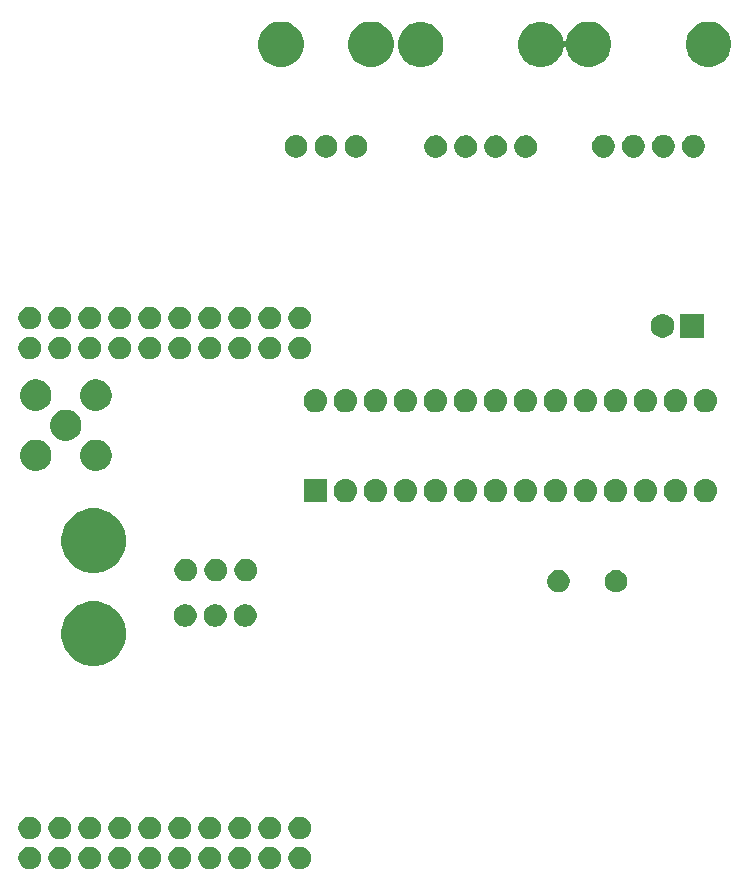
<source format=gbr>
G04 #@! TF.GenerationSoftware,KiCad,Pcbnew,(5.1.2)-1*
G04 #@! TF.CreationDate,2019-08-02T20:29:22-05:00*
G04 #@! TF.ProjectId,NavBoard_Hardware,4e617642-6f61-4726-945f-486172647761,rev?*
G04 #@! TF.SameCoordinates,Original*
G04 #@! TF.FileFunction,Soldermask,Bot*
G04 #@! TF.FilePolarity,Negative*
%FSLAX46Y46*%
G04 Gerber Fmt 4.6, Leading zero omitted, Abs format (unit mm)*
G04 Created by KiCad (PCBNEW (5.1.2)-1) date 2019-08-02 20:29:22*
%MOMM*%
%LPD*%
G04 APERTURE LIST*
%ADD10C,0.100000*%
G04 APERTURE END LIST*
D10*
G36*
X139582487Y-124839246D02*
G01*
X139675222Y-124857692D01*
X139849931Y-124930059D01*
X140007164Y-125035119D01*
X140140881Y-125168836D01*
X140245941Y-125326069D01*
X140318308Y-125500778D01*
X140355200Y-125686248D01*
X140355200Y-125875352D01*
X140318308Y-126060822D01*
X140245941Y-126235531D01*
X140140881Y-126392764D01*
X140007164Y-126526481D01*
X139849931Y-126631541D01*
X139675222Y-126703908D01*
X139582487Y-126722354D01*
X139489753Y-126740800D01*
X139300647Y-126740800D01*
X139207913Y-126722354D01*
X139115178Y-126703908D01*
X138940469Y-126631541D01*
X138783236Y-126526481D01*
X138649519Y-126392764D01*
X138544459Y-126235531D01*
X138472092Y-126060822D01*
X138435200Y-125875352D01*
X138435200Y-125686248D01*
X138472092Y-125500778D01*
X138544459Y-125326069D01*
X138649519Y-125168836D01*
X138783236Y-125035119D01*
X138940469Y-124930059D01*
X139115178Y-124857692D01*
X139207913Y-124839246D01*
X139300647Y-124820800D01*
X139489753Y-124820800D01*
X139582487Y-124839246D01*
X139582487Y-124839246D01*
G37*
G36*
X134502487Y-124839246D02*
G01*
X134595222Y-124857692D01*
X134769931Y-124930059D01*
X134927164Y-125035119D01*
X135060881Y-125168836D01*
X135165941Y-125326069D01*
X135238308Y-125500778D01*
X135275200Y-125686248D01*
X135275200Y-125875352D01*
X135238308Y-126060822D01*
X135165941Y-126235531D01*
X135060881Y-126392764D01*
X134927164Y-126526481D01*
X134769931Y-126631541D01*
X134595222Y-126703908D01*
X134502487Y-126722354D01*
X134409753Y-126740800D01*
X134220647Y-126740800D01*
X134127913Y-126722354D01*
X134035178Y-126703908D01*
X133860469Y-126631541D01*
X133703236Y-126526481D01*
X133569519Y-126392764D01*
X133464459Y-126235531D01*
X133392092Y-126060822D01*
X133355200Y-125875352D01*
X133355200Y-125686248D01*
X133392092Y-125500778D01*
X133464459Y-125326069D01*
X133569519Y-125168836D01*
X133703236Y-125035119D01*
X133860469Y-124930059D01*
X134035178Y-124857692D01*
X134127913Y-124839246D01*
X134220647Y-124820800D01*
X134409753Y-124820800D01*
X134502487Y-124839246D01*
X134502487Y-124839246D01*
G37*
G36*
X131962487Y-124839246D02*
G01*
X132055222Y-124857692D01*
X132229931Y-124930059D01*
X132387164Y-125035119D01*
X132520881Y-125168836D01*
X132625941Y-125326069D01*
X132698308Y-125500778D01*
X132735200Y-125686248D01*
X132735200Y-125875352D01*
X132698308Y-126060822D01*
X132625941Y-126235531D01*
X132520881Y-126392764D01*
X132387164Y-126526481D01*
X132229931Y-126631541D01*
X132055222Y-126703908D01*
X131962487Y-126722354D01*
X131869753Y-126740800D01*
X131680647Y-126740800D01*
X131587913Y-126722354D01*
X131495178Y-126703908D01*
X131320469Y-126631541D01*
X131163236Y-126526481D01*
X131029519Y-126392764D01*
X130924459Y-126235531D01*
X130852092Y-126060822D01*
X130815200Y-125875352D01*
X130815200Y-125686248D01*
X130852092Y-125500778D01*
X130924459Y-125326069D01*
X131029519Y-125168836D01*
X131163236Y-125035119D01*
X131320469Y-124930059D01*
X131495178Y-124857692D01*
X131587913Y-124839246D01*
X131680647Y-124820800D01*
X131869753Y-124820800D01*
X131962487Y-124839246D01*
X131962487Y-124839246D01*
G37*
G36*
X129422487Y-124839246D02*
G01*
X129515222Y-124857692D01*
X129689931Y-124930059D01*
X129847164Y-125035119D01*
X129980881Y-125168836D01*
X130085941Y-125326069D01*
X130158308Y-125500778D01*
X130195200Y-125686248D01*
X130195200Y-125875352D01*
X130158308Y-126060822D01*
X130085941Y-126235531D01*
X129980881Y-126392764D01*
X129847164Y-126526481D01*
X129689931Y-126631541D01*
X129515222Y-126703908D01*
X129422487Y-126722354D01*
X129329753Y-126740800D01*
X129140647Y-126740800D01*
X129047913Y-126722354D01*
X128955178Y-126703908D01*
X128780469Y-126631541D01*
X128623236Y-126526481D01*
X128489519Y-126392764D01*
X128384459Y-126235531D01*
X128312092Y-126060822D01*
X128275200Y-125875352D01*
X128275200Y-125686248D01*
X128312092Y-125500778D01*
X128384459Y-125326069D01*
X128489519Y-125168836D01*
X128623236Y-125035119D01*
X128780469Y-124930059D01*
X128955178Y-124857692D01*
X129047913Y-124839246D01*
X129140647Y-124820800D01*
X129329753Y-124820800D01*
X129422487Y-124839246D01*
X129422487Y-124839246D01*
G37*
G36*
X126882487Y-124839246D02*
G01*
X126975222Y-124857692D01*
X127149931Y-124930059D01*
X127307164Y-125035119D01*
X127440881Y-125168836D01*
X127545941Y-125326069D01*
X127618308Y-125500778D01*
X127655200Y-125686248D01*
X127655200Y-125875352D01*
X127618308Y-126060822D01*
X127545941Y-126235531D01*
X127440881Y-126392764D01*
X127307164Y-126526481D01*
X127149931Y-126631541D01*
X126975222Y-126703908D01*
X126882487Y-126722354D01*
X126789753Y-126740800D01*
X126600647Y-126740800D01*
X126507913Y-126722354D01*
X126415178Y-126703908D01*
X126240469Y-126631541D01*
X126083236Y-126526481D01*
X125949519Y-126392764D01*
X125844459Y-126235531D01*
X125772092Y-126060822D01*
X125735200Y-125875352D01*
X125735200Y-125686248D01*
X125772092Y-125500778D01*
X125844459Y-125326069D01*
X125949519Y-125168836D01*
X126083236Y-125035119D01*
X126240469Y-124930059D01*
X126415178Y-124857692D01*
X126507913Y-124839246D01*
X126600647Y-124820800D01*
X126789753Y-124820800D01*
X126882487Y-124839246D01*
X126882487Y-124839246D01*
G37*
G36*
X124342487Y-124839246D02*
G01*
X124435222Y-124857692D01*
X124609931Y-124930059D01*
X124767164Y-125035119D01*
X124900881Y-125168836D01*
X125005941Y-125326069D01*
X125078308Y-125500778D01*
X125115200Y-125686248D01*
X125115200Y-125875352D01*
X125078308Y-126060822D01*
X125005941Y-126235531D01*
X124900881Y-126392764D01*
X124767164Y-126526481D01*
X124609931Y-126631541D01*
X124435222Y-126703908D01*
X124342487Y-126722354D01*
X124249753Y-126740800D01*
X124060647Y-126740800D01*
X123967913Y-126722354D01*
X123875178Y-126703908D01*
X123700469Y-126631541D01*
X123543236Y-126526481D01*
X123409519Y-126392764D01*
X123304459Y-126235531D01*
X123232092Y-126060822D01*
X123195200Y-125875352D01*
X123195200Y-125686248D01*
X123232092Y-125500778D01*
X123304459Y-125326069D01*
X123409519Y-125168836D01*
X123543236Y-125035119D01*
X123700469Y-124930059D01*
X123875178Y-124857692D01*
X123967913Y-124839246D01*
X124060647Y-124820800D01*
X124249753Y-124820800D01*
X124342487Y-124839246D01*
X124342487Y-124839246D01*
G37*
G36*
X121802487Y-124839246D02*
G01*
X121895222Y-124857692D01*
X122069931Y-124930059D01*
X122227164Y-125035119D01*
X122360881Y-125168836D01*
X122465941Y-125326069D01*
X122538308Y-125500778D01*
X122575200Y-125686248D01*
X122575200Y-125875352D01*
X122538308Y-126060822D01*
X122465941Y-126235531D01*
X122360881Y-126392764D01*
X122227164Y-126526481D01*
X122069931Y-126631541D01*
X121895222Y-126703908D01*
X121802487Y-126722354D01*
X121709753Y-126740800D01*
X121520647Y-126740800D01*
X121427913Y-126722354D01*
X121335178Y-126703908D01*
X121160469Y-126631541D01*
X121003236Y-126526481D01*
X120869519Y-126392764D01*
X120764459Y-126235531D01*
X120692092Y-126060822D01*
X120655200Y-125875352D01*
X120655200Y-125686248D01*
X120692092Y-125500778D01*
X120764459Y-125326069D01*
X120869519Y-125168836D01*
X121003236Y-125035119D01*
X121160469Y-124930059D01*
X121335178Y-124857692D01*
X121427913Y-124839246D01*
X121520647Y-124820800D01*
X121709753Y-124820800D01*
X121802487Y-124839246D01*
X121802487Y-124839246D01*
G37*
G36*
X119262487Y-124839246D02*
G01*
X119355222Y-124857692D01*
X119529931Y-124930059D01*
X119687164Y-125035119D01*
X119820881Y-125168836D01*
X119925941Y-125326069D01*
X119998308Y-125500778D01*
X120035200Y-125686248D01*
X120035200Y-125875352D01*
X119998308Y-126060822D01*
X119925941Y-126235531D01*
X119820881Y-126392764D01*
X119687164Y-126526481D01*
X119529931Y-126631541D01*
X119355222Y-126703908D01*
X119262487Y-126722354D01*
X119169753Y-126740800D01*
X118980647Y-126740800D01*
X118887913Y-126722354D01*
X118795178Y-126703908D01*
X118620469Y-126631541D01*
X118463236Y-126526481D01*
X118329519Y-126392764D01*
X118224459Y-126235531D01*
X118152092Y-126060822D01*
X118115200Y-125875352D01*
X118115200Y-125686248D01*
X118152092Y-125500778D01*
X118224459Y-125326069D01*
X118329519Y-125168836D01*
X118463236Y-125035119D01*
X118620469Y-124930059D01*
X118795178Y-124857692D01*
X118887913Y-124839246D01*
X118980647Y-124820800D01*
X119169753Y-124820800D01*
X119262487Y-124839246D01*
X119262487Y-124839246D01*
G37*
G36*
X116722487Y-124839246D02*
G01*
X116815222Y-124857692D01*
X116989931Y-124930059D01*
X117147164Y-125035119D01*
X117280881Y-125168836D01*
X117385941Y-125326069D01*
X117458308Y-125500778D01*
X117495200Y-125686248D01*
X117495200Y-125875352D01*
X117458308Y-126060822D01*
X117385941Y-126235531D01*
X117280881Y-126392764D01*
X117147164Y-126526481D01*
X116989931Y-126631541D01*
X116815222Y-126703908D01*
X116722487Y-126722354D01*
X116629753Y-126740800D01*
X116440647Y-126740800D01*
X116347913Y-126722354D01*
X116255178Y-126703908D01*
X116080469Y-126631541D01*
X115923236Y-126526481D01*
X115789519Y-126392764D01*
X115684459Y-126235531D01*
X115612092Y-126060822D01*
X115575200Y-125875352D01*
X115575200Y-125686248D01*
X115612092Y-125500778D01*
X115684459Y-125326069D01*
X115789519Y-125168836D01*
X115923236Y-125035119D01*
X116080469Y-124930059D01*
X116255178Y-124857692D01*
X116347913Y-124839246D01*
X116440647Y-124820800D01*
X116629753Y-124820800D01*
X116722487Y-124839246D01*
X116722487Y-124839246D01*
G37*
G36*
X137042487Y-124839246D02*
G01*
X137135222Y-124857692D01*
X137309931Y-124930059D01*
X137467164Y-125035119D01*
X137600881Y-125168836D01*
X137705941Y-125326069D01*
X137778308Y-125500778D01*
X137815200Y-125686248D01*
X137815200Y-125875352D01*
X137778308Y-126060822D01*
X137705941Y-126235531D01*
X137600881Y-126392764D01*
X137467164Y-126526481D01*
X137309931Y-126631541D01*
X137135222Y-126703908D01*
X137042487Y-126722354D01*
X136949753Y-126740800D01*
X136760647Y-126740800D01*
X136667913Y-126722354D01*
X136575178Y-126703908D01*
X136400469Y-126631541D01*
X136243236Y-126526481D01*
X136109519Y-126392764D01*
X136004459Y-126235531D01*
X135932092Y-126060822D01*
X135895200Y-125875352D01*
X135895200Y-125686248D01*
X135932092Y-125500778D01*
X136004459Y-125326069D01*
X136109519Y-125168836D01*
X136243236Y-125035119D01*
X136400469Y-124930059D01*
X136575178Y-124857692D01*
X136667913Y-124839246D01*
X136760647Y-124820800D01*
X136949753Y-124820800D01*
X137042487Y-124839246D01*
X137042487Y-124839246D01*
G37*
G36*
X119262487Y-122299246D02*
G01*
X119355222Y-122317692D01*
X119529931Y-122390059D01*
X119687164Y-122495119D01*
X119820881Y-122628836D01*
X119925941Y-122786069D01*
X119998308Y-122960778D01*
X120035200Y-123146248D01*
X120035200Y-123335352D01*
X119998308Y-123520822D01*
X119925941Y-123695531D01*
X119820881Y-123852764D01*
X119687164Y-123986481D01*
X119529931Y-124091541D01*
X119355222Y-124163908D01*
X119262487Y-124182354D01*
X119169753Y-124200800D01*
X118980647Y-124200800D01*
X118887913Y-124182354D01*
X118795178Y-124163908D01*
X118620469Y-124091541D01*
X118463236Y-123986481D01*
X118329519Y-123852764D01*
X118224459Y-123695531D01*
X118152092Y-123520822D01*
X118115200Y-123335352D01*
X118115200Y-123146248D01*
X118152092Y-122960778D01*
X118224459Y-122786069D01*
X118329519Y-122628836D01*
X118463236Y-122495119D01*
X118620469Y-122390059D01*
X118795178Y-122317692D01*
X118887913Y-122299246D01*
X118980647Y-122280800D01*
X119169753Y-122280800D01*
X119262487Y-122299246D01*
X119262487Y-122299246D01*
G37*
G36*
X131962487Y-122299246D02*
G01*
X132055222Y-122317692D01*
X132229931Y-122390059D01*
X132387164Y-122495119D01*
X132520881Y-122628836D01*
X132625941Y-122786069D01*
X132698308Y-122960778D01*
X132735200Y-123146248D01*
X132735200Y-123335352D01*
X132698308Y-123520822D01*
X132625941Y-123695531D01*
X132520881Y-123852764D01*
X132387164Y-123986481D01*
X132229931Y-124091541D01*
X132055222Y-124163908D01*
X131962487Y-124182354D01*
X131869753Y-124200800D01*
X131680647Y-124200800D01*
X131587913Y-124182354D01*
X131495178Y-124163908D01*
X131320469Y-124091541D01*
X131163236Y-123986481D01*
X131029519Y-123852764D01*
X130924459Y-123695531D01*
X130852092Y-123520822D01*
X130815200Y-123335352D01*
X130815200Y-123146248D01*
X130852092Y-122960778D01*
X130924459Y-122786069D01*
X131029519Y-122628836D01*
X131163236Y-122495119D01*
X131320469Y-122390059D01*
X131495178Y-122317692D01*
X131587913Y-122299246D01*
X131680647Y-122280800D01*
X131869753Y-122280800D01*
X131962487Y-122299246D01*
X131962487Y-122299246D01*
G37*
G36*
X129422487Y-122299246D02*
G01*
X129515222Y-122317692D01*
X129689931Y-122390059D01*
X129847164Y-122495119D01*
X129980881Y-122628836D01*
X130085941Y-122786069D01*
X130158308Y-122960778D01*
X130195200Y-123146248D01*
X130195200Y-123335352D01*
X130158308Y-123520822D01*
X130085941Y-123695531D01*
X129980881Y-123852764D01*
X129847164Y-123986481D01*
X129689931Y-124091541D01*
X129515222Y-124163908D01*
X129422487Y-124182354D01*
X129329753Y-124200800D01*
X129140647Y-124200800D01*
X129047913Y-124182354D01*
X128955178Y-124163908D01*
X128780469Y-124091541D01*
X128623236Y-123986481D01*
X128489519Y-123852764D01*
X128384459Y-123695531D01*
X128312092Y-123520822D01*
X128275200Y-123335352D01*
X128275200Y-123146248D01*
X128312092Y-122960778D01*
X128384459Y-122786069D01*
X128489519Y-122628836D01*
X128623236Y-122495119D01*
X128780469Y-122390059D01*
X128955178Y-122317692D01*
X129047913Y-122299246D01*
X129140647Y-122280800D01*
X129329753Y-122280800D01*
X129422487Y-122299246D01*
X129422487Y-122299246D01*
G37*
G36*
X126882487Y-122299246D02*
G01*
X126975222Y-122317692D01*
X127149931Y-122390059D01*
X127307164Y-122495119D01*
X127440881Y-122628836D01*
X127545941Y-122786069D01*
X127618308Y-122960778D01*
X127655200Y-123146248D01*
X127655200Y-123335352D01*
X127618308Y-123520822D01*
X127545941Y-123695531D01*
X127440881Y-123852764D01*
X127307164Y-123986481D01*
X127149931Y-124091541D01*
X126975222Y-124163908D01*
X126882487Y-124182354D01*
X126789753Y-124200800D01*
X126600647Y-124200800D01*
X126507913Y-124182354D01*
X126415178Y-124163908D01*
X126240469Y-124091541D01*
X126083236Y-123986481D01*
X125949519Y-123852764D01*
X125844459Y-123695531D01*
X125772092Y-123520822D01*
X125735200Y-123335352D01*
X125735200Y-123146248D01*
X125772092Y-122960778D01*
X125844459Y-122786069D01*
X125949519Y-122628836D01*
X126083236Y-122495119D01*
X126240469Y-122390059D01*
X126415178Y-122317692D01*
X126507913Y-122299246D01*
X126600647Y-122280800D01*
X126789753Y-122280800D01*
X126882487Y-122299246D01*
X126882487Y-122299246D01*
G37*
G36*
X124342487Y-122299246D02*
G01*
X124435222Y-122317692D01*
X124609931Y-122390059D01*
X124767164Y-122495119D01*
X124900881Y-122628836D01*
X125005941Y-122786069D01*
X125078308Y-122960778D01*
X125115200Y-123146248D01*
X125115200Y-123335352D01*
X125078308Y-123520822D01*
X125005941Y-123695531D01*
X124900881Y-123852764D01*
X124767164Y-123986481D01*
X124609931Y-124091541D01*
X124435222Y-124163908D01*
X124342487Y-124182354D01*
X124249753Y-124200800D01*
X124060647Y-124200800D01*
X123967913Y-124182354D01*
X123875178Y-124163908D01*
X123700469Y-124091541D01*
X123543236Y-123986481D01*
X123409519Y-123852764D01*
X123304459Y-123695531D01*
X123232092Y-123520822D01*
X123195200Y-123335352D01*
X123195200Y-123146248D01*
X123232092Y-122960778D01*
X123304459Y-122786069D01*
X123409519Y-122628836D01*
X123543236Y-122495119D01*
X123700469Y-122390059D01*
X123875178Y-122317692D01*
X123967913Y-122299246D01*
X124060647Y-122280800D01*
X124249753Y-122280800D01*
X124342487Y-122299246D01*
X124342487Y-122299246D01*
G37*
G36*
X121802487Y-122299246D02*
G01*
X121895222Y-122317692D01*
X122069931Y-122390059D01*
X122227164Y-122495119D01*
X122360881Y-122628836D01*
X122465941Y-122786069D01*
X122538308Y-122960778D01*
X122575200Y-123146248D01*
X122575200Y-123335352D01*
X122538308Y-123520822D01*
X122465941Y-123695531D01*
X122360881Y-123852764D01*
X122227164Y-123986481D01*
X122069931Y-124091541D01*
X121895222Y-124163908D01*
X121802487Y-124182354D01*
X121709753Y-124200800D01*
X121520647Y-124200800D01*
X121427913Y-124182354D01*
X121335178Y-124163908D01*
X121160469Y-124091541D01*
X121003236Y-123986481D01*
X120869519Y-123852764D01*
X120764459Y-123695531D01*
X120692092Y-123520822D01*
X120655200Y-123335352D01*
X120655200Y-123146248D01*
X120692092Y-122960778D01*
X120764459Y-122786069D01*
X120869519Y-122628836D01*
X121003236Y-122495119D01*
X121160469Y-122390059D01*
X121335178Y-122317692D01*
X121427913Y-122299246D01*
X121520647Y-122280800D01*
X121709753Y-122280800D01*
X121802487Y-122299246D01*
X121802487Y-122299246D01*
G37*
G36*
X116722487Y-122299246D02*
G01*
X116815222Y-122317692D01*
X116989931Y-122390059D01*
X117147164Y-122495119D01*
X117280881Y-122628836D01*
X117385941Y-122786069D01*
X117458308Y-122960778D01*
X117495200Y-123146248D01*
X117495200Y-123335352D01*
X117458308Y-123520822D01*
X117385941Y-123695531D01*
X117280881Y-123852764D01*
X117147164Y-123986481D01*
X116989931Y-124091541D01*
X116815222Y-124163908D01*
X116722487Y-124182354D01*
X116629753Y-124200800D01*
X116440647Y-124200800D01*
X116347913Y-124182354D01*
X116255178Y-124163908D01*
X116080469Y-124091541D01*
X115923236Y-123986481D01*
X115789519Y-123852764D01*
X115684459Y-123695531D01*
X115612092Y-123520822D01*
X115575200Y-123335352D01*
X115575200Y-123146248D01*
X115612092Y-122960778D01*
X115684459Y-122786069D01*
X115789519Y-122628836D01*
X115923236Y-122495119D01*
X116080469Y-122390059D01*
X116255178Y-122317692D01*
X116347913Y-122299246D01*
X116440647Y-122280800D01*
X116629753Y-122280800D01*
X116722487Y-122299246D01*
X116722487Y-122299246D01*
G37*
G36*
X134502487Y-122299246D02*
G01*
X134595222Y-122317692D01*
X134769931Y-122390059D01*
X134927164Y-122495119D01*
X135060881Y-122628836D01*
X135165941Y-122786069D01*
X135238308Y-122960778D01*
X135275200Y-123146248D01*
X135275200Y-123335352D01*
X135238308Y-123520822D01*
X135165941Y-123695531D01*
X135060881Y-123852764D01*
X134927164Y-123986481D01*
X134769931Y-124091541D01*
X134595222Y-124163908D01*
X134502487Y-124182354D01*
X134409753Y-124200800D01*
X134220647Y-124200800D01*
X134127913Y-124182354D01*
X134035178Y-124163908D01*
X133860469Y-124091541D01*
X133703236Y-123986481D01*
X133569519Y-123852764D01*
X133464459Y-123695531D01*
X133392092Y-123520822D01*
X133355200Y-123335352D01*
X133355200Y-123146248D01*
X133392092Y-122960778D01*
X133464459Y-122786069D01*
X133569519Y-122628836D01*
X133703236Y-122495119D01*
X133860469Y-122390059D01*
X134035178Y-122317692D01*
X134127913Y-122299246D01*
X134220647Y-122280800D01*
X134409753Y-122280800D01*
X134502487Y-122299246D01*
X134502487Y-122299246D01*
G37*
G36*
X137042487Y-122299246D02*
G01*
X137135222Y-122317692D01*
X137309931Y-122390059D01*
X137467164Y-122495119D01*
X137600881Y-122628836D01*
X137705941Y-122786069D01*
X137778308Y-122960778D01*
X137815200Y-123146248D01*
X137815200Y-123335352D01*
X137778308Y-123520822D01*
X137705941Y-123695531D01*
X137600881Y-123852764D01*
X137467164Y-123986481D01*
X137309931Y-124091541D01*
X137135222Y-124163908D01*
X137042487Y-124182354D01*
X136949753Y-124200800D01*
X136760647Y-124200800D01*
X136667913Y-124182354D01*
X136575178Y-124163908D01*
X136400469Y-124091541D01*
X136243236Y-123986481D01*
X136109519Y-123852764D01*
X136004459Y-123695531D01*
X135932092Y-123520822D01*
X135895200Y-123335352D01*
X135895200Y-123146248D01*
X135932092Y-122960778D01*
X136004459Y-122786069D01*
X136109519Y-122628836D01*
X136243236Y-122495119D01*
X136400469Y-122390059D01*
X136575178Y-122317692D01*
X136667913Y-122299246D01*
X136760647Y-122280800D01*
X136949753Y-122280800D01*
X137042487Y-122299246D01*
X137042487Y-122299246D01*
G37*
G36*
X139582487Y-122299246D02*
G01*
X139675222Y-122317692D01*
X139849931Y-122390059D01*
X140007164Y-122495119D01*
X140140881Y-122628836D01*
X140245941Y-122786069D01*
X140318308Y-122960778D01*
X140355200Y-123146248D01*
X140355200Y-123335352D01*
X140318308Y-123520822D01*
X140245941Y-123695531D01*
X140140881Y-123852764D01*
X140007164Y-123986481D01*
X139849931Y-124091541D01*
X139675222Y-124163908D01*
X139582487Y-124182354D01*
X139489753Y-124200800D01*
X139300647Y-124200800D01*
X139207913Y-124182354D01*
X139115178Y-124163908D01*
X138940469Y-124091541D01*
X138783236Y-123986481D01*
X138649519Y-123852764D01*
X138544459Y-123695531D01*
X138472092Y-123520822D01*
X138435200Y-123335352D01*
X138435200Y-123146248D01*
X138472092Y-122960778D01*
X138544459Y-122786069D01*
X138649519Y-122628836D01*
X138783236Y-122495119D01*
X138940469Y-122390059D01*
X139115178Y-122317692D01*
X139207913Y-122299246D01*
X139300647Y-122280800D01*
X139489753Y-122280800D01*
X139582487Y-122299246D01*
X139582487Y-122299246D01*
G37*
G36*
X122568175Y-104137197D02*
G01*
X122744629Y-104172296D01*
X123243277Y-104378843D01*
X123692048Y-104678703D01*
X124073697Y-105060352D01*
X124373557Y-105509123D01*
X124580104Y-106007771D01*
X124685400Y-106537134D01*
X124685400Y-107076866D01*
X124580104Y-107606229D01*
X124373557Y-108104877D01*
X124073697Y-108553648D01*
X123692048Y-108935297D01*
X123243277Y-109235157D01*
X122744629Y-109441704D01*
X122568175Y-109476803D01*
X122215268Y-109547000D01*
X121675532Y-109547000D01*
X121322625Y-109476803D01*
X121146171Y-109441704D01*
X120647523Y-109235157D01*
X120198752Y-108935297D01*
X119817103Y-108553648D01*
X119517243Y-108104877D01*
X119310696Y-107606229D01*
X119205400Y-107076866D01*
X119205400Y-106537134D01*
X119310696Y-106007771D01*
X119517243Y-105509123D01*
X119817103Y-105060352D01*
X120198752Y-104678703D01*
X120647523Y-104378843D01*
X121146171Y-104172296D01*
X121322625Y-104137197D01*
X121675532Y-104067000D01*
X122215268Y-104067000D01*
X122568175Y-104137197D01*
X122568175Y-104137197D01*
G37*
G36*
X135053004Y-104332568D02*
G01*
X135140542Y-104368828D01*
X135228078Y-104405086D01*
X135228079Y-104405087D01*
X135385637Y-104510363D01*
X135519637Y-104644363D01*
X135607407Y-104775721D01*
X135624914Y-104801922D01*
X135661172Y-104889458D01*
X135697432Y-104976996D01*
X135734400Y-105162850D01*
X135734400Y-105352350D01*
X135697432Y-105538204D01*
X135624914Y-105713278D01*
X135624913Y-105713279D01*
X135519637Y-105870837D01*
X135385637Y-106004837D01*
X135254279Y-106092607D01*
X135228078Y-106110114D01*
X135053004Y-106182632D01*
X134867150Y-106219600D01*
X134677650Y-106219600D01*
X134491796Y-106182632D01*
X134316722Y-106110114D01*
X134290521Y-106092607D01*
X134159163Y-106004837D01*
X134025163Y-105870837D01*
X133919887Y-105713279D01*
X133919886Y-105713278D01*
X133847368Y-105538204D01*
X133810400Y-105352350D01*
X133810400Y-105162850D01*
X133847368Y-104976996D01*
X133919886Y-104801922D01*
X133937393Y-104775721D01*
X134025163Y-104644363D01*
X134159163Y-104510363D01*
X134316721Y-104405087D01*
X134316722Y-104405086D01*
X134404258Y-104368828D01*
X134491796Y-104332568D01*
X134677650Y-104295600D01*
X134867150Y-104295600D01*
X135053004Y-104332568D01*
X135053004Y-104332568D01*
G37*
G36*
X132513004Y-104332568D02*
G01*
X132600542Y-104368828D01*
X132688078Y-104405086D01*
X132688079Y-104405087D01*
X132845637Y-104510363D01*
X132979637Y-104644363D01*
X133067407Y-104775721D01*
X133084914Y-104801922D01*
X133121172Y-104889458D01*
X133157432Y-104976996D01*
X133194400Y-105162850D01*
X133194400Y-105352350D01*
X133157432Y-105538204D01*
X133084914Y-105713278D01*
X133084913Y-105713279D01*
X132979637Y-105870837D01*
X132845637Y-106004837D01*
X132714279Y-106092607D01*
X132688078Y-106110114D01*
X132513004Y-106182632D01*
X132327150Y-106219600D01*
X132137650Y-106219600D01*
X131951796Y-106182632D01*
X131776722Y-106110114D01*
X131750521Y-106092607D01*
X131619163Y-106004837D01*
X131485163Y-105870837D01*
X131379887Y-105713279D01*
X131379886Y-105713278D01*
X131307368Y-105538204D01*
X131270400Y-105352350D01*
X131270400Y-105162850D01*
X131307368Y-104976996D01*
X131379886Y-104801922D01*
X131397393Y-104775721D01*
X131485163Y-104644363D01*
X131619163Y-104510363D01*
X131776721Y-104405087D01*
X131776722Y-104405086D01*
X131864258Y-104368828D01*
X131951796Y-104332568D01*
X132137650Y-104295600D01*
X132327150Y-104295600D01*
X132513004Y-104332568D01*
X132513004Y-104332568D01*
G37*
G36*
X129973004Y-104332568D02*
G01*
X130060542Y-104368828D01*
X130148078Y-104405086D01*
X130148079Y-104405087D01*
X130305637Y-104510363D01*
X130439637Y-104644363D01*
X130527407Y-104775721D01*
X130544914Y-104801922D01*
X130581172Y-104889458D01*
X130617432Y-104976996D01*
X130654400Y-105162850D01*
X130654400Y-105352350D01*
X130617432Y-105538204D01*
X130544914Y-105713278D01*
X130544913Y-105713279D01*
X130439637Y-105870837D01*
X130305637Y-106004837D01*
X130174279Y-106092607D01*
X130148078Y-106110114D01*
X129973004Y-106182632D01*
X129787150Y-106219600D01*
X129597650Y-106219600D01*
X129411796Y-106182632D01*
X129236722Y-106110114D01*
X129210521Y-106092607D01*
X129079163Y-106004837D01*
X128945163Y-105870837D01*
X128839887Y-105713279D01*
X128839886Y-105713278D01*
X128767368Y-105538204D01*
X128730400Y-105352350D01*
X128730400Y-105162850D01*
X128767368Y-104976996D01*
X128839886Y-104801922D01*
X128857393Y-104775721D01*
X128945163Y-104644363D01*
X129079163Y-104510363D01*
X129236721Y-104405087D01*
X129236722Y-104405086D01*
X129324258Y-104368828D01*
X129411796Y-104332568D01*
X129597650Y-104295600D01*
X129787150Y-104295600D01*
X129973004Y-104332568D01*
X129973004Y-104332568D01*
G37*
G36*
X166355336Y-101430254D02*
G01*
X166447105Y-101448508D01*
X166619994Y-101520121D01*
X166775590Y-101624087D01*
X166907913Y-101756410D01*
X167011879Y-101912006D01*
X167083492Y-102084895D01*
X167120000Y-102268433D01*
X167120000Y-102455567D01*
X167083492Y-102639105D01*
X167011879Y-102811994D01*
X166907913Y-102967590D01*
X166775590Y-103099913D01*
X166619994Y-103203879D01*
X166447105Y-103275492D01*
X166355336Y-103293746D01*
X166263568Y-103312000D01*
X166076432Y-103312000D01*
X165984664Y-103293746D01*
X165892895Y-103275492D01*
X165720006Y-103203879D01*
X165564410Y-103099913D01*
X165432087Y-102967590D01*
X165328121Y-102811994D01*
X165256508Y-102639105D01*
X165220000Y-102455567D01*
X165220000Y-102268433D01*
X165256508Y-102084895D01*
X165328121Y-101912006D01*
X165432087Y-101756410D01*
X165564410Y-101624087D01*
X165720006Y-101520121D01*
X165892895Y-101448508D01*
X165984664Y-101430254D01*
X166076432Y-101412000D01*
X166263568Y-101412000D01*
X166355336Y-101430254D01*
X166355336Y-101430254D01*
G37*
G36*
X161475336Y-101430254D02*
G01*
X161567105Y-101448508D01*
X161739994Y-101520121D01*
X161895590Y-101624087D01*
X162027913Y-101756410D01*
X162131879Y-101912006D01*
X162203492Y-102084895D01*
X162240000Y-102268433D01*
X162240000Y-102455567D01*
X162203492Y-102639105D01*
X162131879Y-102811994D01*
X162027913Y-102967590D01*
X161895590Y-103099913D01*
X161739994Y-103203879D01*
X161567105Y-103275492D01*
X161475336Y-103293746D01*
X161383568Y-103312000D01*
X161196432Y-103312000D01*
X161104664Y-103293746D01*
X161012895Y-103275492D01*
X160840006Y-103203879D01*
X160684410Y-103099913D01*
X160552087Y-102967590D01*
X160448121Y-102811994D01*
X160376508Y-102639105D01*
X160340000Y-102455567D01*
X160340000Y-102268433D01*
X160376508Y-102084895D01*
X160448121Y-101912006D01*
X160552087Y-101756410D01*
X160684410Y-101624087D01*
X160840006Y-101520121D01*
X161012895Y-101448508D01*
X161104664Y-101430254D01*
X161196432Y-101412000D01*
X161383568Y-101412000D01*
X161475336Y-101430254D01*
X161475336Y-101430254D01*
G37*
G36*
X132561582Y-100487137D02*
G01*
X132736656Y-100559655D01*
X132736657Y-100559656D01*
X132894215Y-100664932D01*
X133028215Y-100798932D01*
X133115985Y-100930290D01*
X133133492Y-100956491D01*
X133169750Y-101044027D01*
X133206010Y-101131565D01*
X133242978Y-101317419D01*
X133242978Y-101506919D01*
X133206010Y-101692773D01*
X133179650Y-101756410D01*
X133133492Y-101867847D01*
X133133491Y-101867848D01*
X133028215Y-102025406D01*
X132894215Y-102159406D01*
X132762857Y-102247176D01*
X132736656Y-102264683D01*
X132649120Y-102300941D01*
X132561582Y-102337201D01*
X132375728Y-102374169D01*
X132186228Y-102374169D01*
X132000374Y-102337201D01*
X131825300Y-102264683D01*
X131799099Y-102247176D01*
X131667741Y-102159406D01*
X131533741Y-102025406D01*
X131428465Y-101867848D01*
X131428464Y-101867847D01*
X131382306Y-101756410D01*
X131355946Y-101692773D01*
X131318978Y-101506919D01*
X131318978Y-101317419D01*
X131355946Y-101131565D01*
X131392206Y-101044027D01*
X131428464Y-100956491D01*
X131445971Y-100930290D01*
X131533741Y-100798932D01*
X131667741Y-100664932D01*
X131825299Y-100559656D01*
X131825300Y-100559655D01*
X132000374Y-100487137D01*
X132186228Y-100450169D01*
X132375728Y-100450169D01*
X132561582Y-100487137D01*
X132561582Y-100487137D01*
G37*
G36*
X135101582Y-100487137D02*
G01*
X135276656Y-100559655D01*
X135276657Y-100559656D01*
X135434215Y-100664932D01*
X135568215Y-100798932D01*
X135655985Y-100930290D01*
X135673492Y-100956491D01*
X135709750Y-101044027D01*
X135746010Y-101131565D01*
X135782978Y-101317419D01*
X135782978Y-101506919D01*
X135746010Y-101692773D01*
X135719650Y-101756410D01*
X135673492Y-101867847D01*
X135673491Y-101867848D01*
X135568215Y-102025406D01*
X135434215Y-102159406D01*
X135302857Y-102247176D01*
X135276656Y-102264683D01*
X135189120Y-102300941D01*
X135101582Y-102337201D01*
X134915728Y-102374169D01*
X134726228Y-102374169D01*
X134540374Y-102337201D01*
X134365300Y-102264683D01*
X134339099Y-102247176D01*
X134207741Y-102159406D01*
X134073741Y-102025406D01*
X133968465Y-101867848D01*
X133968464Y-101867847D01*
X133922306Y-101756410D01*
X133895946Y-101692773D01*
X133858978Y-101506919D01*
X133858978Y-101317419D01*
X133895946Y-101131565D01*
X133932206Y-101044027D01*
X133968464Y-100956491D01*
X133985971Y-100930290D01*
X134073741Y-100798932D01*
X134207741Y-100664932D01*
X134365299Y-100559656D01*
X134365300Y-100559655D01*
X134540374Y-100487137D01*
X134726228Y-100450169D01*
X134915728Y-100450169D01*
X135101582Y-100487137D01*
X135101582Y-100487137D01*
G37*
G36*
X130021582Y-100487137D02*
G01*
X130196656Y-100559655D01*
X130196657Y-100559656D01*
X130354215Y-100664932D01*
X130488215Y-100798932D01*
X130575985Y-100930290D01*
X130593492Y-100956491D01*
X130629750Y-101044027D01*
X130666010Y-101131565D01*
X130702978Y-101317419D01*
X130702978Y-101506919D01*
X130666010Y-101692773D01*
X130639650Y-101756410D01*
X130593492Y-101867847D01*
X130593491Y-101867848D01*
X130488215Y-102025406D01*
X130354215Y-102159406D01*
X130222857Y-102247176D01*
X130196656Y-102264683D01*
X130109120Y-102300941D01*
X130021582Y-102337201D01*
X129835728Y-102374169D01*
X129646228Y-102374169D01*
X129460374Y-102337201D01*
X129285300Y-102264683D01*
X129259099Y-102247176D01*
X129127741Y-102159406D01*
X128993741Y-102025406D01*
X128888465Y-101867848D01*
X128888464Y-101867847D01*
X128842306Y-101756410D01*
X128815946Y-101692773D01*
X128778978Y-101506919D01*
X128778978Y-101317419D01*
X128815946Y-101131565D01*
X128852206Y-101044027D01*
X128888464Y-100956491D01*
X128905971Y-100930290D01*
X128993741Y-100798932D01*
X129127741Y-100664932D01*
X129285299Y-100559656D01*
X129285300Y-100559655D01*
X129460374Y-100487137D01*
X129646228Y-100450169D01*
X129835728Y-100450169D01*
X130021582Y-100487137D01*
X130021582Y-100487137D01*
G37*
G36*
X122568175Y-96263197D02*
G01*
X122744629Y-96298296D01*
X123243277Y-96504843D01*
X123692048Y-96804703D01*
X124073697Y-97186352D01*
X124373557Y-97635123D01*
X124580104Y-98133771D01*
X124685400Y-98663134D01*
X124685400Y-99202866D01*
X124580104Y-99732229D01*
X124373557Y-100230877D01*
X124073697Y-100679648D01*
X123692048Y-101061297D01*
X123243277Y-101361157D01*
X122744629Y-101567704D01*
X122568175Y-101602803D01*
X122215268Y-101673000D01*
X121675532Y-101673000D01*
X121322625Y-101602803D01*
X121146171Y-101567704D01*
X120647523Y-101361157D01*
X120198752Y-101061297D01*
X119817103Y-100679648D01*
X119517243Y-100230877D01*
X119310696Y-99732229D01*
X119205400Y-99202866D01*
X119205400Y-98663134D01*
X119310696Y-98133771D01*
X119517243Y-97635123D01*
X119817103Y-97186352D01*
X120198752Y-96804703D01*
X120647523Y-96504843D01*
X121146171Y-96298296D01*
X121322625Y-96263197D01*
X121675532Y-96193000D01*
X122215268Y-96193000D01*
X122568175Y-96263197D01*
X122568175Y-96263197D01*
G37*
G36*
X153612032Y-93705669D02*
G01*
X153706284Y-93734260D01*
X153800535Y-93762851D01*
X153800537Y-93762852D01*
X153974258Y-93855707D01*
X154126528Y-93980672D01*
X154251493Y-94132942D01*
X154344348Y-94306663D01*
X154401531Y-94495168D01*
X154420838Y-94691200D01*
X154401531Y-94887232D01*
X154344348Y-95075737D01*
X154251493Y-95249458D01*
X154126528Y-95401728D01*
X153974258Y-95526693D01*
X153800537Y-95619548D01*
X153800535Y-95619549D01*
X153706285Y-95648139D01*
X153612032Y-95676731D01*
X153465124Y-95691200D01*
X153366876Y-95691200D01*
X153219968Y-95676731D01*
X153125715Y-95648139D01*
X153031465Y-95619549D01*
X153031463Y-95619548D01*
X152857742Y-95526693D01*
X152705472Y-95401728D01*
X152580507Y-95249458D01*
X152487652Y-95075737D01*
X152430469Y-94887232D01*
X152411162Y-94691200D01*
X152430469Y-94495168D01*
X152487652Y-94306663D01*
X152580507Y-94132942D01*
X152705472Y-93980672D01*
X152857742Y-93855707D01*
X153031463Y-93762852D01*
X153031465Y-93762851D01*
X153125716Y-93734260D01*
X153219968Y-93705669D01*
X153366876Y-93691200D01*
X153465124Y-93691200D01*
X153612032Y-93705669D01*
X153612032Y-93705669D01*
G37*
G36*
X148532032Y-93705669D02*
G01*
X148626284Y-93734260D01*
X148720535Y-93762851D01*
X148720537Y-93762852D01*
X148894258Y-93855707D01*
X149046528Y-93980672D01*
X149171493Y-94132942D01*
X149264348Y-94306663D01*
X149321531Y-94495168D01*
X149340838Y-94691200D01*
X149321531Y-94887232D01*
X149264348Y-95075737D01*
X149171493Y-95249458D01*
X149046528Y-95401728D01*
X148894258Y-95526693D01*
X148720537Y-95619548D01*
X148720535Y-95619549D01*
X148626285Y-95648139D01*
X148532032Y-95676731D01*
X148385124Y-95691200D01*
X148286876Y-95691200D01*
X148139968Y-95676731D01*
X148045715Y-95648139D01*
X147951465Y-95619549D01*
X147951463Y-95619548D01*
X147777742Y-95526693D01*
X147625472Y-95401728D01*
X147500507Y-95249458D01*
X147407652Y-95075737D01*
X147350469Y-94887232D01*
X147331162Y-94691200D01*
X147350469Y-94495168D01*
X147407652Y-94306663D01*
X147500507Y-94132942D01*
X147625472Y-93980672D01*
X147777742Y-93855707D01*
X147951463Y-93762852D01*
X147951465Y-93762851D01*
X148045716Y-93734260D01*
X148139968Y-93705669D01*
X148286876Y-93691200D01*
X148385124Y-93691200D01*
X148532032Y-93705669D01*
X148532032Y-93705669D01*
G37*
G36*
X151072032Y-93705669D02*
G01*
X151166284Y-93734260D01*
X151260535Y-93762851D01*
X151260537Y-93762852D01*
X151434258Y-93855707D01*
X151586528Y-93980672D01*
X151711493Y-94132942D01*
X151804348Y-94306663D01*
X151861531Y-94495168D01*
X151880838Y-94691200D01*
X151861531Y-94887232D01*
X151804348Y-95075737D01*
X151711493Y-95249458D01*
X151586528Y-95401728D01*
X151434258Y-95526693D01*
X151260537Y-95619548D01*
X151260535Y-95619549D01*
X151166285Y-95648139D01*
X151072032Y-95676731D01*
X150925124Y-95691200D01*
X150826876Y-95691200D01*
X150679968Y-95676731D01*
X150585715Y-95648139D01*
X150491465Y-95619549D01*
X150491463Y-95619548D01*
X150317742Y-95526693D01*
X150165472Y-95401728D01*
X150040507Y-95249458D01*
X149947652Y-95075737D01*
X149890469Y-94887232D01*
X149871162Y-94691200D01*
X149890469Y-94495168D01*
X149947652Y-94306663D01*
X150040507Y-94132942D01*
X150165472Y-93980672D01*
X150317742Y-93855707D01*
X150491463Y-93762852D01*
X150491465Y-93762851D01*
X150585716Y-93734260D01*
X150679968Y-93705669D01*
X150826876Y-93691200D01*
X150925124Y-93691200D01*
X151072032Y-93705669D01*
X151072032Y-93705669D01*
G37*
G36*
X156152032Y-93705669D02*
G01*
X156246284Y-93734260D01*
X156340535Y-93762851D01*
X156340537Y-93762852D01*
X156514258Y-93855707D01*
X156666528Y-93980672D01*
X156791493Y-94132942D01*
X156884348Y-94306663D01*
X156941531Y-94495168D01*
X156960838Y-94691200D01*
X156941531Y-94887232D01*
X156884348Y-95075737D01*
X156791493Y-95249458D01*
X156666528Y-95401728D01*
X156514258Y-95526693D01*
X156340537Y-95619548D01*
X156340535Y-95619549D01*
X156246285Y-95648139D01*
X156152032Y-95676731D01*
X156005124Y-95691200D01*
X155906876Y-95691200D01*
X155759968Y-95676731D01*
X155665715Y-95648139D01*
X155571465Y-95619549D01*
X155571463Y-95619548D01*
X155397742Y-95526693D01*
X155245472Y-95401728D01*
X155120507Y-95249458D01*
X155027652Y-95075737D01*
X154970469Y-94887232D01*
X154951162Y-94691200D01*
X154970469Y-94495168D01*
X155027652Y-94306663D01*
X155120507Y-94132942D01*
X155245472Y-93980672D01*
X155397742Y-93855707D01*
X155571463Y-93762852D01*
X155571465Y-93762851D01*
X155665716Y-93734260D01*
X155759968Y-93705669D01*
X155906876Y-93691200D01*
X156005124Y-93691200D01*
X156152032Y-93705669D01*
X156152032Y-93705669D01*
G37*
G36*
X158692032Y-93705669D02*
G01*
X158786284Y-93734260D01*
X158880535Y-93762851D01*
X158880537Y-93762852D01*
X159054258Y-93855707D01*
X159206528Y-93980672D01*
X159331493Y-94132942D01*
X159424348Y-94306663D01*
X159481531Y-94495168D01*
X159500838Y-94691200D01*
X159481531Y-94887232D01*
X159424348Y-95075737D01*
X159331493Y-95249458D01*
X159206528Y-95401728D01*
X159054258Y-95526693D01*
X158880537Y-95619548D01*
X158880535Y-95619549D01*
X158786285Y-95648139D01*
X158692032Y-95676731D01*
X158545124Y-95691200D01*
X158446876Y-95691200D01*
X158299968Y-95676731D01*
X158205715Y-95648139D01*
X158111465Y-95619549D01*
X158111463Y-95619548D01*
X157937742Y-95526693D01*
X157785472Y-95401728D01*
X157660507Y-95249458D01*
X157567652Y-95075737D01*
X157510469Y-94887232D01*
X157491162Y-94691200D01*
X157510469Y-94495168D01*
X157567652Y-94306663D01*
X157660507Y-94132942D01*
X157785472Y-93980672D01*
X157937742Y-93855707D01*
X158111463Y-93762852D01*
X158111465Y-93762851D01*
X158205716Y-93734260D01*
X158299968Y-93705669D01*
X158446876Y-93691200D01*
X158545124Y-93691200D01*
X158692032Y-93705669D01*
X158692032Y-93705669D01*
G37*
G36*
X161232032Y-93705669D02*
G01*
X161326284Y-93734260D01*
X161420535Y-93762851D01*
X161420537Y-93762852D01*
X161594258Y-93855707D01*
X161746528Y-93980672D01*
X161871493Y-94132942D01*
X161964348Y-94306663D01*
X162021531Y-94495168D01*
X162040838Y-94691200D01*
X162021531Y-94887232D01*
X161964348Y-95075737D01*
X161871493Y-95249458D01*
X161746528Y-95401728D01*
X161594258Y-95526693D01*
X161420537Y-95619548D01*
X161420535Y-95619549D01*
X161326285Y-95648139D01*
X161232032Y-95676731D01*
X161085124Y-95691200D01*
X160986876Y-95691200D01*
X160839968Y-95676731D01*
X160745715Y-95648139D01*
X160651465Y-95619549D01*
X160651463Y-95619548D01*
X160477742Y-95526693D01*
X160325472Y-95401728D01*
X160200507Y-95249458D01*
X160107652Y-95075737D01*
X160050469Y-94887232D01*
X160031162Y-94691200D01*
X160050469Y-94495168D01*
X160107652Y-94306663D01*
X160200507Y-94132942D01*
X160325472Y-93980672D01*
X160477742Y-93855707D01*
X160651463Y-93762852D01*
X160651465Y-93762851D01*
X160745716Y-93734260D01*
X160839968Y-93705669D01*
X160986876Y-93691200D01*
X161085124Y-93691200D01*
X161232032Y-93705669D01*
X161232032Y-93705669D01*
G37*
G36*
X163772032Y-93705669D02*
G01*
X163866284Y-93734260D01*
X163960535Y-93762851D01*
X163960537Y-93762852D01*
X164134258Y-93855707D01*
X164286528Y-93980672D01*
X164411493Y-94132942D01*
X164504348Y-94306663D01*
X164561531Y-94495168D01*
X164580838Y-94691200D01*
X164561531Y-94887232D01*
X164504348Y-95075737D01*
X164411493Y-95249458D01*
X164286528Y-95401728D01*
X164134258Y-95526693D01*
X163960537Y-95619548D01*
X163960535Y-95619549D01*
X163866285Y-95648139D01*
X163772032Y-95676731D01*
X163625124Y-95691200D01*
X163526876Y-95691200D01*
X163379968Y-95676731D01*
X163285715Y-95648139D01*
X163191465Y-95619549D01*
X163191463Y-95619548D01*
X163017742Y-95526693D01*
X162865472Y-95401728D01*
X162740507Y-95249458D01*
X162647652Y-95075737D01*
X162590469Y-94887232D01*
X162571162Y-94691200D01*
X162590469Y-94495168D01*
X162647652Y-94306663D01*
X162740507Y-94132942D01*
X162865472Y-93980672D01*
X163017742Y-93855707D01*
X163191463Y-93762852D01*
X163191465Y-93762851D01*
X163285716Y-93734260D01*
X163379968Y-93705669D01*
X163526876Y-93691200D01*
X163625124Y-93691200D01*
X163772032Y-93705669D01*
X163772032Y-93705669D01*
G37*
G36*
X168852032Y-93705669D02*
G01*
X168946284Y-93734260D01*
X169040535Y-93762851D01*
X169040537Y-93762852D01*
X169214258Y-93855707D01*
X169366528Y-93980672D01*
X169491493Y-94132942D01*
X169584348Y-94306663D01*
X169641531Y-94495168D01*
X169660838Y-94691200D01*
X169641531Y-94887232D01*
X169584348Y-95075737D01*
X169491493Y-95249458D01*
X169366528Y-95401728D01*
X169214258Y-95526693D01*
X169040537Y-95619548D01*
X169040535Y-95619549D01*
X168946285Y-95648139D01*
X168852032Y-95676731D01*
X168705124Y-95691200D01*
X168606876Y-95691200D01*
X168459968Y-95676731D01*
X168365715Y-95648139D01*
X168271465Y-95619549D01*
X168271463Y-95619548D01*
X168097742Y-95526693D01*
X167945472Y-95401728D01*
X167820507Y-95249458D01*
X167727652Y-95075737D01*
X167670469Y-94887232D01*
X167651162Y-94691200D01*
X167670469Y-94495168D01*
X167727652Y-94306663D01*
X167820507Y-94132942D01*
X167945472Y-93980672D01*
X168097742Y-93855707D01*
X168271463Y-93762852D01*
X168271465Y-93762851D01*
X168365716Y-93734260D01*
X168459968Y-93705669D01*
X168606876Y-93691200D01*
X168705124Y-93691200D01*
X168852032Y-93705669D01*
X168852032Y-93705669D01*
G37*
G36*
X171392032Y-93705669D02*
G01*
X171486284Y-93734260D01*
X171580535Y-93762851D01*
X171580537Y-93762852D01*
X171754258Y-93855707D01*
X171906528Y-93980672D01*
X172031493Y-94132942D01*
X172124348Y-94306663D01*
X172181531Y-94495168D01*
X172200838Y-94691200D01*
X172181531Y-94887232D01*
X172124348Y-95075737D01*
X172031493Y-95249458D01*
X171906528Y-95401728D01*
X171754258Y-95526693D01*
X171580537Y-95619548D01*
X171580535Y-95619549D01*
X171486285Y-95648139D01*
X171392032Y-95676731D01*
X171245124Y-95691200D01*
X171146876Y-95691200D01*
X170999968Y-95676731D01*
X170905715Y-95648139D01*
X170811465Y-95619549D01*
X170811463Y-95619548D01*
X170637742Y-95526693D01*
X170485472Y-95401728D01*
X170360507Y-95249458D01*
X170267652Y-95075737D01*
X170210469Y-94887232D01*
X170191162Y-94691200D01*
X170210469Y-94495168D01*
X170267652Y-94306663D01*
X170360507Y-94132942D01*
X170485472Y-93980672D01*
X170637742Y-93855707D01*
X170811463Y-93762852D01*
X170811465Y-93762851D01*
X170905716Y-93734260D01*
X170999968Y-93705669D01*
X171146876Y-93691200D01*
X171245124Y-93691200D01*
X171392032Y-93705669D01*
X171392032Y-93705669D01*
G37*
G36*
X173932032Y-93705669D02*
G01*
X174026284Y-93734260D01*
X174120535Y-93762851D01*
X174120537Y-93762852D01*
X174294258Y-93855707D01*
X174446528Y-93980672D01*
X174571493Y-94132942D01*
X174664348Y-94306663D01*
X174721531Y-94495168D01*
X174740838Y-94691200D01*
X174721531Y-94887232D01*
X174664348Y-95075737D01*
X174571493Y-95249458D01*
X174446528Y-95401728D01*
X174294258Y-95526693D01*
X174120537Y-95619548D01*
X174120535Y-95619549D01*
X174026285Y-95648139D01*
X173932032Y-95676731D01*
X173785124Y-95691200D01*
X173686876Y-95691200D01*
X173539968Y-95676731D01*
X173445715Y-95648139D01*
X173351465Y-95619549D01*
X173351463Y-95619548D01*
X173177742Y-95526693D01*
X173025472Y-95401728D01*
X172900507Y-95249458D01*
X172807652Y-95075737D01*
X172750469Y-94887232D01*
X172731162Y-94691200D01*
X172750469Y-94495168D01*
X172807652Y-94306663D01*
X172900507Y-94132942D01*
X173025472Y-93980672D01*
X173177742Y-93855707D01*
X173351463Y-93762852D01*
X173351465Y-93762851D01*
X173445716Y-93734260D01*
X173539968Y-93705669D01*
X173686876Y-93691200D01*
X173785124Y-93691200D01*
X173932032Y-93705669D01*
X173932032Y-93705669D01*
G37*
G36*
X143452032Y-93705669D02*
G01*
X143546284Y-93734260D01*
X143640535Y-93762851D01*
X143640537Y-93762852D01*
X143814258Y-93855707D01*
X143966528Y-93980672D01*
X144091493Y-94132942D01*
X144184348Y-94306663D01*
X144241531Y-94495168D01*
X144260838Y-94691200D01*
X144241531Y-94887232D01*
X144184348Y-95075737D01*
X144091493Y-95249458D01*
X143966528Y-95401728D01*
X143814258Y-95526693D01*
X143640537Y-95619548D01*
X143640535Y-95619549D01*
X143546285Y-95648139D01*
X143452032Y-95676731D01*
X143305124Y-95691200D01*
X143206876Y-95691200D01*
X143059968Y-95676731D01*
X142965715Y-95648139D01*
X142871465Y-95619549D01*
X142871463Y-95619548D01*
X142697742Y-95526693D01*
X142545472Y-95401728D01*
X142420507Y-95249458D01*
X142327652Y-95075737D01*
X142270469Y-94887232D01*
X142251162Y-94691200D01*
X142270469Y-94495168D01*
X142327652Y-94306663D01*
X142420507Y-94132942D01*
X142545472Y-93980672D01*
X142697742Y-93855707D01*
X142871463Y-93762852D01*
X142871465Y-93762851D01*
X142965716Y-93734260D01*
X143059968Y-93705669D01*
X143206876Y-93691200D01*
X143305124Y-93691200D01*
X143452032Y-93705669D01*
X143452032Y-93705669D01*
G37*
G36*
X141716000Y-95691200D02*
G01*
X139716000Y-95691200D01*
X139716000Y-93691200D01*
X141716000Y-93691200D01*
X141716000Y-95691200D01*
X141716000Y-95691200D01*
G37*
G36*
X145992032Y-93705669D02*
G01*
X146086284Y-93734260D01*
X146180535Y-93762851D01*
X146180537Y-93762852D01*
X146354258Y-93855707D01*
X146506528Y-93980672D01*
X146631493Y-94132942D01*
X146724348Y-94306663D01*
X146781531Y-94495168D01*
X146800838Y-94691200D01*
X146781531Y-94887232D01*
X146724348Y-95075737D01*
X146631493Y-95249458D01*
X146506528Y-95401728D01*
X146354258Y-95526693D01*
X146180537Y-95619548D01*
X146180535Y-95619549D01*
X146086285Y-95648139D01*
X145992032Y-95676731D01*
X145845124Y-95691200D01*
X145746876Y-95691200D01*
X145599968Y-95676731D01*
X145505715Y-95648139D01*
X145411465Y-95619549D01*
X145411463Y-95619548D01*
X145237742Y-95526693D01*
X145085472Y-95401728D01*
X144960507Y-95249458D01*
X144867652Y-95075737D01*
X144810469Y-94887232D01*
X144791162Y-94691200D01*
X144810469Y-94495168D01*
X144867652Y-94306663D01*
X144960507Y-94132942D01*
X145085472Y-93980672D01*
X145237742Y-93855707D01*
X145411463Y-93762852D01*
X145411465Y-93762851D01*
X145505716Y-93734260D01*
X145599968Y-93705669D01*
X145746876Y-93691200D01*
X145845124Y-93691200D01*
X145992032Y-93705669D01*
X145992032Y-93705669D01*
G37*
G36*
X166312032Y-93705669D02*
G01*
X166406284Y-93734260D01*
X166500535Y-93762851D01*
X166500537Y-93762852D01*
X166674258Y-93855707D01*
X166826528Y-93980672D01*
X166951493Y-94132942D01*
X167044348Y-94306663D01*
X167101531Y-94495168D01*
X167120838Y-94691200D01*
X167101531Y-94887232D01*
X167044348Y-95075737D01*
X166951493Y-95249458D01*
X166826528Y-95401728D01*
X166674258Y-95526693D01*
X166500537Y-95619548D01*
X166500535Y-95619549D01*
X166406285Y-95648139D01*
X166312032Y-95676731D01*
X166165124Y-95691200D01*
X166066876Y-95691200D01*
X165919968Y-95676731D01*
X165825715Y-95648139D01*
X165731465Y-95619549D01*
X165731463Y-95619548D01*
X165557742Y-95526693D01*
X165405472Y-95401728D01*
X165280507Y-95249458D01*
X165187652Y-95075737D01*
X165130469Y-94887232D01*
X165111162Y-94691200D01*
X165130469Y-94495168D01*
X165187652Y-94306663D01*
X165280507Y-94132942D01*
X165405472Y-93980672D01*
X165557742Y-93855707D01*
X165731463Y-93762852D01*
X165731465Y-93762851D01*
X165825716Y-93734260D01*
X165919968Y-93705669D01*
X166066876Y-93691200D01*
X166165124Y-93691200D01*
X166312032Y-93705669D01*
X166312032Y-93705669D01*
G37*
G36*
X117419688Y-90429919D02*
G01*
X117660822Y-90529799D01*
X117877838Y-90674805D01*
X118062395Y-90859362D01*
X118207401Y-91076378D01*
X118307281Y-91317512D01*
X118358200Y-91573498D01*
X118358200Y-91834502D01*
X118307281Y-92090488D01*
X118207401Y-92331622D01*
X118062395Y-92548638D01*
X117877838Y-92733195D01*
X117660822Y-92878201D01*
X117419688Y-92978081D01*
X117163702Y-93029000D01*
X116902698Y-93029000D01*
X116646712Y-92978081D01*
X116405578Y-92878201D01*
X116188562Y-92733195D01*
X116004005Y-92548638D01*
X115858999Y-92331622D01*
X115759119Y-92090488D01*
X115708200Y-91834502D01*
X115708200Y-91573498D01*
X115759119Y-91317512D01*
X115858999Y-91076378D01*
X116004005Y-90859362D01*
X116188562Y-90674805D01*
X116405578Y-90529799D01*
X116646712Y-90429919D01*
X116902698Y-90379000D01*
X117163702Y-90379000D01*
X117419688Y-90429919D01*
X117419688Y-90429919D01*
G37*
G36*
X122519688Y-90429919D02*
G01*
X122760822Y-90529799D01*
X122977838Y-90674805D01*
X123162395Y-90859362D01*
X123307401Y-91076378D01*
X123407281Y-91317512D01*
X123458200Y-91573498D01*
X123458200Y-91834502D01*
X123407281Y-92090488D01*
X123307401Y-92331622D01*
X123162395Y-92548638D01*
X122977838Y-92733195D01*
X122760822Y-92878201D01*
X122519688Y-92978081D01*
X122263702Y-93029000D01*
X122002698Y-93029000D01*
X121746712Y-92978081D01*
X121505578Y-92878201D01*
X121288562Y-92733195D01*
X121104005Y-92548638D01*
X120958999Y-92331622D01*
X120859119Y-92090488D01*
X120808200Y-91834502D01*
X120808200Y-91573498D01*
X120859119Y-91317512D01*
X120958999Y-91076378D01*
X121104005Y-90859362D01*
X121288562Y-90674805D01*
X121505578Y-90529799D01*
X121746712Y-90429919D01*
X122002698Y-90379000D01*
X122263702Y-90379000D01*
X122519688Y-90429919D01*
X122519688Y-90429919D01*
G37*
G36*
X119969688Y-87879919D02*
G01*
X120210822Y-87979799D01*
X120427838Y-88124805D01*
X120612395Y-88309362D01*
X120757401Y-88526378D01*
X120857281Y-88767512D01*
X120908200Y-89023498D01*
X120908200Y-89284502D01*
X120857281Y-89540488D01*
X120757401Y-89781622D01*
X120612395Y-89998638D01*
X120427838Y-90183195D01*
X120210822Y-90328201D01*
X119969688Y-90428081D01*
X119713702Y-90479000D01*
X119452698Y-90479000D01*
X119196712Y-90428081D01*
X118955578Y-90328201D01*
X118738562Y-90183195D01*
X118554005Y-89998638D01*
X118408999Y-89781622D01*
X118309119Y-89540488D01*
X118258200Y-89284502D01*
X118258200Y-89023498D01*
X118309119Y-88767512D01*
X118408999Y-88526378D01*
X118554005Y-88309362D01*
X118738562Y-88124805D01*
X118955578Y-87979799D01*
X119196712Y-87879919D01*
X119452698Y-87829000D01*
X119713702Y-87829000D01*
X119969688Y-87879919D01*
X119969688Y-87879919D01*
G37*
G36*
X140912032Y-86085669D02*
G01*
X141006284Y-86114260D01*
X141100535Y-86142851D01*
X141100537Y-86142852D01*
X141274258Y-86235707D01*
X141426528Y-86360672D01*
X141551493Y-86512942D01*
X141644348Y-86686663D01*
X141701531Y-86875168D01*
X141720838Y-87071200D01*
X141701531Y-87267232D01*
X141701530Y-87267234D01*
X141646502Y-87448638D01*
X141644348Y-87455737D01*
X141551493Y-87629458D01*
X141426528Y-87781728D01*
X141274258Y-87906693D01*
X141137485Y-87979799D01*
X141100535Y-87999549D01*
X141006285Y-88028139D01*
X140912032Y-88056731D01*
X140765124Y-88071200D01*
X140666876Y-88071200D01*
X140519968Y-88056731D01*
X140425715Y-88028139D01*
X140331465Y-87999549D01*
X140294515Y-87979799D01*
X140157742Y-87906693D01*
X140005472Y-87781728D01*
X139880507Y-87629458D01*
X139787652Y-87455737D01*
X139785499Y-87448638D01*
X139730470Y-87267234D01*
X139730469Y-87267232D01*
X139711162Y-87071200D01*
X139730469Y-86875168D01*
X139787652Y-86686663D01*
X139880507Y-86512942D01*
X140005472Y-86360672D01*
X140157742Y-86235707D01*
X140331463Y-86142852D01*
X140331465Y-86142851D01*
X140425716Y-86114260D01*
X140519968Y-86085669D01*
X140666876Y-86071200D01*
X140765124Y-86071200D01*
X140912032Y-86085669D01*
X140912032Y-86085669D01*
G37*
G36*
X143452032Y-86085669D02*
G01*
X143546284Y-86114260D01*
X143640535Y-86142851D01*
X143640537Y-86142852D01*
X143814258Y-86235707D01*
X143966528Y-86360672D01*
X144091493Y-86512942D01*
X144184348Y-86686663D01*
X144241531Y-86875168D01*
X144260838Y-87071200D01*
X144241531Y-87267232D01*
X144241530Y-87267234D01*
X144186502Y-87448638D01*
X144184348Y-87455737D01*
X144091493Y-87629458D01*
X143966528Y-87781728D01*
X143814258Y-87906693D01*
X143677485Y-87979799D01*
X143640535Y-87999549D01*
X143546285Y-88028139D01*
X143452032Y-88056731D01*
X143305124Y-88071200D01*
X143206876Y-88071200D01*
X143059968Y-88056731D01*
X142965715Y-88028139D01*
X142871465Y-87999549D01*
X142834515Y-87979799D01*
X142697742Y-87906693D01*
X142545472Y-87781728D01*
X142420507Y-87629458D01*
X142327652Y-87455737D01*
X142325499Y-87448638D01*
X142270470Y-87267234D01*
X142270469Y-87267232D01*
X142251162Y-87071200D01*
X142270469Y-86875168D01*
X142327652Y-86686663D01*
X142420507Y-86512942D01*
X142545472Y-86360672D01*
X142697742Y-86235707D01*
X142871463Y-86142852D01*
X142871465Y-86142851D01*
X142965716Y-86114260D01*
X143059968Y-86085669D01*
X143206876Y-86071200D01*
X143305124Y-86071200D01*
X143452032Y-86085669D01*
X143452032Y-86085669D01*
G37*
G36*
X145992032Y-86085669D02*
G01*
X146086284Y-86114260D01*
X146180535Y-86142851D01*
X146180537Y-86142852D01*
X146354258Y-86235707D01*
X146506528Y-86360672D01*
X146631493Y-86512942D01*
X146724348Y-86686663D01*
X146781531Y-86875168D01*
X146800838Y-87071200D01*
X146781531Y-87267232D01*
X146781530Y-87267234D01*
X146726502Y-87448638D01*
X146724348Y-87455737D01*
X146631493Y-87629458D01*
X146506528Y-87781728D01*
X146354258Y-87906693D01*
X146217485Y-87979799D01*
X146180535Y-87999549D01*
X146086285Y-88028139D01*
X145992032Y-88056731D01*
X145845124Y-88071200D01*
X145746876Y-88071200D01*
X145599968Y-88056731D01*
X145505715Y-88028139D01*
X145411465Y-87999549D01*
X145374515Y-87979799D01*
X145237742Y-87906693D01*
X145085472Y-87781728D01*
X144960507Y-87629458D01*
X144867652Y-87455737D01*
X144865499Y-87448638D01*
X144810470Y-87267234D01*
X144810469Y-87267232D01*
X144791162Y-87071200D01*
X144810469Y-86875168D01*
X144867652Y-86686663D01*
X144960507Y-86512942D01*
X145085472Y-86360672D01*
X145237742Y-86235707D01*
X145411463Y-86142852D01*
X145411465Y-86142851D01*
X145505716Y-86114260D01*
X145599968Y-86085669D01*
X145746876Y-86071200D01*
X145845124Y-86071200D01*
X145992032Y-86085669D01*
X145992032Y-86085669D01*
G37*
G36*
X148532032Y-86085669D02*
G01*
X148626284Y-86114260D01*
X148720535Y-86142851D01*
X148720537Y-86142852D01*
X148894258Y-86235707D01*
X149046528Y-86360672D01*
X149171493Y-86512942D01*
X149264348Y-86686663D01*
X149321531Y-86875168D01*
X149340838Y-87071200D01*
X149321531Y-87267232D01*
X149321530Y-87267234D01*
X149266502Y-87448638D01*
X149264348Y-87455737D01*
X149171493Y-87629458D01*
X149046528Y-87781728D01*
X148894258Y-87906693D01*
X148757485Y-87979799D01*
X148720535Y-87999549D01*
X148626285Y-88028139D01*
X148532032Y-88056731D01*
X148385124Y-88071200D01*
X148286876Y-88071200D01*
X148139968Y-88056731D01*
X148045715Y-88028139D01*
X147951465Y-87999549D01*
X147914515Y-87979799D01*
X147777742Y-87906693D01*
X147625472Y-87781728D01*
X147500507Y-87629458D01*
X147407652Y-87455737D01*
X147405499Y-87448638D01*
X147350470Y-87267234D01*
X147350469Y-87267232D01*
X147331162Y-87071200D01*
X147350469Y-86875168D01*
X147407652Y-86686663D01*
X147500507Y-86512942D01*
X147625472Y-86360672D01*
X147777742Y-86235707D01*
X147951463Y-86142852D01*
X147951465Y-86142851D01*
X148045716Y-86114260D01*
X148139968Y-86085669D01*
X148286876Y-86071200D01*
X148385124Y-86071200D01*
X148532032Y-86085669D01*
X148532032Y-86085669D01*
G37*
G36*
X163772032Y-86085669D02*
G01*
X163866284Y-86114260D01*
X163960535Y-86142851D01*
X163960537Y-86142852D01*
X164134258Y-86235707D01*
X164286528Y-86360672D01*
X164411493Y-86512942D01*
X164504348Y-86686663D01*
X164561531Y-86875168D01*
X164580838Y-87071200D01*
X164561531Y-87267232D01*
X164561530Y-87267234D01*
X164506502Y-87448638D01*
X164504348Y-87455737D01*
X164411493Y-87629458D01*
X164286528Y-87781728D01*
X164134258Y-87906693D01*
X163997485Y-87979799D01*
X163960535Y-87999549D01*
X163866285Y-88028139D01*
X163772032Y-88056731D01*
X163625124Y-88071200D01*
X163526876Y-88071200D01*
X163379968Y-88056731D01*
X163285715Y-88028139D01*
X163191465Y-87999549D01*
X163154515Y-87979799D01*
X163017742Y-87906693D01*
X162865472Y-87781728D01*
X162740507Y-87629458D01*
X162647652Y-87455737D01*
X162645499Y-87448638D01*
X162590470Y-87267234D01*
X162590469Y-87267232D01*
X162571162Y-87071200D01*
X162590469Y-86875168D01*
X162647652Y-86686663D01*
X162740507Y-86512942D01*
X162865472Y-86360672D01*
X163017742Y-86235707D01*
X163191463Y-86142852D01*
X163191465Y-86142851D01*
X163285716Y-86114260D01*
X163379968Y-86085669D01*
X163526876Y-86071200D01*
X163625124Y-86071200D01*
X163772032Y-86085669D01*
X163772032Y-86085669D01*
G37*
G36*
X171392032Y-86085669D02*
G01*
X171486284Y-86114260D01*
X171580535Y-86142851D01*
X171580537Y-86142852D01*
X171754258Y-86235707D01*
X171906528Y-86360672D01*
X172031493Y-86512942D01*
X172124348Y-86686663D01*
X172181531Y-86875168D01*
X172200838Y-87071200D01*
X172181531Y-87267232D01*
X172181530Y-87267234D01*
X172126502Y-87448638D01*
X172124348Y-87455737D01*
X172031493Y-87629458D01*
X171906528Y-87781728D01*
X171754258Y-87906693D01*
X171617485Y-87979799D01*
X171580535Y-87999549D01*
X171486285Y-88028139D01*
X171392032Y-88056731D01*
X171245124Y-88071200D01*
X171146876Y-88071200D01*
X170999968Y-88056731D01*
X170905715Y-88028139D01*
X170811465Y-87999549D01*
X170774515Y-87979799D01*
X170637742Y-87906693D01*
X170485472Y-87781728D01*
X170360507Y-87629458D01*
X170267652Y-87455737D01*
X170265499Y-87448638D01*
X170210470Y-87267234D01*
X170210469Y-87267232D01*
X170191162Y-87071200D01*
X170210469Y-86875168D01*
X170267652Y-86686663D01*
X170360507Y-86512942D01*
X170485472Y-86360672D01*
X170637742Y-86235707D01*
X170811463Y-86142852D01*
X170811465Y-86142851D01*
X170905716Y-86114260D01*
X170999968Y-86085669D01*
X171146876Y-86071200D01*
X171245124Y-86071200D01*
X171392032Y-86085669D01*
X171392032Y-86085669D01*
G37*
G36*
X153612032Y-86085669D02*
G01*
X153706284Y-86114260D01*
X153800535Y-86142851D01*
X153800537Y-86142852D01*
X153974258Y-86235707D01*
X154126528Y-86360672D01*
X154251493Y-86512942D01*
X154344348Y-86686663D01*
X154401531Y-86875168D01*
X154420838Y-87071200D01*
X154401531Y-87267232D01*
X154401530Y-87267234D01*
X154346502Y-87448638D01*
X154344348Y-87455737D01*
X154251493Y-87629458D01*
X154126528Y-87781728D01*
X153974258Y-87906693D01*
X153837485Y-87979799D01*
X153800535Y-87999549D01*
X153706285Y-88028139D01*
X153612032Y-88056731D01*
X153465124Y-88071200D01*
X153366876Y-88071200D01*
X153219968Y-88056731D01*
X153125715Y-88028139D01*
X153031465Y-87999549D01*
X152994515Y-87979799D01*
X152857742Y-87906693D01*
X152705472Y-87781728D01*
X152580507Y-87629458D01*
X152487652Y-87455737D01*
X152485499Y-87448638D01*
X152430470Y-87267234D01*
X152430469Y-87267232D01*
X152411162Y-87071200D01*
X152430469Y-86875168D01*
X152487652Y-86686663D01*
X152580507Y-86512942D01*
X152705472Y-86360672D01*
X152857742Y-86235707D01*
X153031463Y-86142852D01*
X153031465Y-86142851D01*
X153125716Y-86114260D01*
X153219968Y-86085669D01*
X153366876Y-86071200D01*
X153465124Y-86071200D01*
X153612032Y-86085669D01*
X153612032Y-86085669D01*
G37*
G36*
X158692032Y-86085669D02*
G01*
X158786284Y-86114260D01*
X158880535Y-86142851D01*
X158880537Y-86142852D01*
X159054258Y-86235707D01*
X159206528Y-86360672D01*
X159331493Y-86512942D01*
X159424348Y-86686663D01*
X159481531Y-86875168D01*
X159500838Y-87071200D01*
X159481531Y-87267232D01*
X159481530Y-87267234D01*
X159426502Y-87448638D01*
X159424348Y-87455737D01*
X159331493Y-87629458D01*
X159206528Y-87781728D01*
X159054258Y-87906693D01*
X158917485Y-87979799D01*
X158880535Y-87999549D01*
X158786285Y-88028139D01*
X158692032Y-88056731D01*
X158545124Y-88071200D01*
X158446876Y-88071200D01*
X158299968Y-88056731D01*
X158205715Y-88028139D01*
X158111465Y-87999549D01*
X158074515Y-87979799D01*
X157937742Y-87906693D01*
X157785472Y-87781728D01*
X157660507Y-87629458D01*
X157567652Y-87455737D01*
X157565499Y-87448638D01*
X157510470Y-87267234D01*
X157510469Y-87267232D01*
X157491162Y-87071200D01*
X157510469Y-86875168D01*
X157567652Y-86686663D01*
X157660507Y-86512942D01*
X157785472Y-86360672D01*
X157937742Y-86235707D01*
X158111463Y-86142852D01*
X158111465Y-86142851D01*
X158205716Y-86114260D01*
X158299968Y-86085669D01*
X158446876Y-86071200D01*
X158545124Y-86071200D01*
X158692032Y-86085669D01*
X158692032Y-86085669D01*
G37*
G36*
X161232032Y-86085669D02*
G01*
X161326284Y-86114260D01*
X161420535Y-86142851D01*
X161420537Y-86142852D01*
X161594258Y-86235707D01*
X161746528Y-86360672D01*
X161871493Y-86512942D01*
X161964348Y-86686663D01*
X162021531Y-86875168D01*
X162040838Y-87071200D01*
X162021531Y-87267232D01*
X162021530Y-87267234D01*
X161966502Y-87448638D01*
X161964348Y-87455737D01*
X161871493Y-87629458D01*
X161746528Y-87781728D01*
X161594258Y-87906693D01*
X161457485Y-87979799D01*
X161420535Y-87999549D01*
X161326285Y-88028139D01*
X161232032Y-88056731D01*
X161085124Y-88071200D01*
X160986876Y-88071200D01*
X160839968Y-88056731D01*
X160745715Y-88028139D01*
X160651465Y-87999549D01*
X160614515Y-87979799D01*
X160477742Y-87906693D01*
X160325472Y-87781728D01*
X160200507Y-87629458D01*
X160107652Y-87455737D01*
X160105499Y-87448638D01*
X160050470Y-87267234D01*
X160050469Y-87267232D01*
X160031162Y-87071200D01*
X160050469Y-86875168D01*
X160107652Y-86686663D01*
X160200507Y-86512942D01*
X160325472Y-86360672D01*
X160477742Y-86235707D01*
X160651463Y-86142852D01*
X160651465Y-86142851D01*
X160745716Y-86114260D01*
X160839968Y-86085669D01*
X160986876Y-86071200D01*
X161085124Y-86071200D01*
X161232032Y-86085669D01*
X161232032Y-86085669D01*
G37*
G36*
X166312032Y-86085669D02*
G01*
X166406284Y-86114260D01*
X166500535Y-86142851D01*
X166500537Y-86142852D01*
X166674258Y-86235707D01*
X166826528Y-86360672D01*
X166951493Y-86512942D01*
X167044348Y-86686663D01*
X167101531Y-86875168D01*
X167120838Y-87071200D01*
X167101531Y-87267232D01*
X167101530Y-87267234D01*
X167046502Y-87448638D01*
X167044348Y-87455737D01*
X166951493Y-87629458D01*
X166826528Y-87781728D01*
X166674258Y-87906693D01*
X166537485Y-87979799D01*
X166500535Y-87999549D01*
X166406285Y-88028139D01*
X166312032Y-88056731D01*
X166165124Y-88071200D01*
X166066876Y-88071200D01*
X165919968Y-88056731D01*
X165825715Y-88028139D01*
X165731465Y-87999549D01*
X165694515Y-87979799D01*
X165557742Y-87906693D01*
X165405472Y-87781728D01*
X165280507Y-87629458D01*
X165187652Y-87455737D01*
X165185499Y-87448638D01*
X165130470Y-87267234D01*
X165130469Y-87267232D01*
X165111162Y-87071200D01*
X165130469Y-86875168D01*
X165187652Y-86686663D01*
X165280507Y-86512942D01*
X165405472Y-86360672D01*
X165557742Y-86235707D01*
X165731463Y-86142852D01*
X165731465Y-86142851D01*
X165825716Y-86114260D01*
X165919968Y-86085669D01*
X166066876Y-86071200D01*
X166165124Y-86071200D01*
X166312032Y-86085669D01*
X166312032Y-86085669D01*
G37*
G36*
X168852032Y-86085669D02*
G01*
X168946284Y-86114260D01*
X169040535Y-86142851D01*
X169040537Y-86142852D01*
X169214258Y-86235707D01*
X169366528Y-86360672D01*
X169491493Y-86512942D01*
X169584348Y-86686663D01*
X169641531Y-86875168D01*
X169660838Y-87071200D01*
X169641531Y-87267232D01*
X169641530Y-87267234D01*
X169586502Y-87448638D01*
X169584348Y-87455737D01*
X169491493Y-87629458D01*
X169366528Y-87781728D01*
X169214258Y-87906693D01*
X169077485Y-87979799D01*
X169040535Y-87999549D01*
X168946285Y-88028139D01*
X168852032Y-88056731D01*
X168705124Y-88071200D01*
X168606876Y-88071200D01*
X168459968Y-88056731D01*
X168365715Y-88028139D01*
X168271465Y-87999549D01*
X168234515Y-87979799D01*
X168097742Y-87906693D01*
X167945472Y-87781728D01*
X167820507Y-87629458D01*
X167727652Y-87455737D01*
X167725499Y-87448638D01*
X167670470Y-87267234D01*
X167670469Y-87267232D01*
X167651162Y-87071200D01*
X167670469Y-86875168D01*
X167727652Y-86686663D01*
X167820507Y-86512942D01*
X167945472Y-86360672D01*
X168097742Y-86235707D01*
X168271463Y-86142852D01*
X168271465Y-86142851D01*
X168365716Y-86114260D01*
X168459968Y-86085669D01*
X168606876Y-86071200D01*
X168705124Y-86071200D01*
X168852032Y-86085669D01*
X168852032Y-86085669D01*
G37*
G36*
X151072032Y-86085669D02*
G01*
X151166284Y-86114260D01*
X151260535Y-86142851D01*
X151260537Y-86142852D01*
X151434258Y-86235707D01*
X151586528Y-86360672D01*
X151711493Y-86512942D01*
X151804348Y-86686663D01*
X151861531Y-86875168D01*
X151880838Y-87071200D01*
X151861531Y-87267232D01*
X151861530Y-87267234D01*
X151806502Y-87448638D01*
X151804348Y-87455737D01*
X151711493Y-87629458D01*
X151586528Y-87781728D01*
X151434258Y-87906693D01*
X151297485Y-87979799D01*
X151260535Y-87999549D01*
X151166285Y-88028139D01*
X151072032Y-88056731D01*
X150925124Y-88071200D01*
X150826876Y-88071200D01*
X150679968Y-88056731D01*
X150585715Y-88028139D01*
X150491465Y-87999549D01*
X150454515Y-87979799D01*
X150317742Y-87906693D01*
X150165472Y-87781728D01*
X150040507Y-87629458D01*
X149947652Y-87455737D01*
X149945499Y-87448638D01*
X149890470Y-87267234D01*
X149890469Y-87267232D01*
X149871162Y-87071200D01*
X149890469Y-86875168D01*
X149947652Y-86686663D01*
X150040507Y-86512942D01*
X150165472Y-86360672D01*
X150317742Y-86235707D01*
X150491463Y-86142852D01*
X150491465Y-86142851D01*
X150585716Y-86114260D01*
X150679968Y-86085669D01*
X150826876Y-86071200D01*
X150925124Y-86071200D01*
X151072032Y-86085669D01*
X151072032Y-86085669D01*
G37*
G36*
X156152032Y-86085669D02*
G01*
X156246284Y-86114260D01*
X156340535Y-86142851D01*
X156340537Y-86142852D01*
X156514258Y-86235707D01*
X156666528Y-86360672D01*
X156791493Y-86512942D01*
X156884348Y-86686663D01*
X156941531Y-86875168D01*
X156960838Y-87071200D01*
X156941531Y-87267232D01*
X156941530Y-87267234D01*
X156886502Y-87448638D01*
X156884348Y-87455737D01*
X156791493Y-87629458D01*
X156666528Y-87781728D01*
X156514258Y-87906693D01*
X156377485Y-87979799D01*
X156340535Y-87999549D01*
X156246285Y-88028139D01*
X156152032Y-88056731D01*
X156005124Y-88071200D01*
X155906876Y-88071200D01*
X155759968Y-88056731D01*
X155665715Y-88028139D01*
X155571465Y-87999549D01*
X155534515Y-87979799D01*
X155397742Y-87906693D01*
X155245472Y-87781728D01*
X155120507Y-87629458D01*
X155027652Y-87455737D01*
X155025499Y-87448638D01*
X154970470Y-87267234D01*
X154970469Y-87267232D01*
X154951162Y-87071200D01*
X154970469Y-86875168D01*
X155027652Y-86686663D01*
X155120507Y-86512942D01*
X155245472Y-86360672D01*
X155397742Y-86235707D01*
X155571463Y-86142852D01*
X155571465Y-86142851D01*
X155665716Y-86114260D01*
X155759968Y-86085669D01*
X155906876Y-86071200D01*
X156005124Y-86071200D01*
X156152032Y-86085669D01*
X156152032Y-86085669D01*
G37*
G36*
X173932032Y-86085669D02*
G01*
X174026284Y-86114260D01*
X174120535Y-86142851D01*
X174120537Y-86142852D01*
X174294258Y-86235707D01*
X174446528Y-86360672D01*
X174571493Y-86512942D01*
X174664348Y-86686663D01*
X174721531Y-86875168D01*
X174740838Y-87071200D01*
X174721531Y-87267232D01*
X174721530Y-87267234D01*
X174666502Y-87448638D01*
X174664348Y-87455737D01*
X174571493Y-87629458D01*
X174446528Y-87781728D01*
X174294258Y-87906693D01*
X174157485Y-87979799D01*
X174120535Y-87999549D01*
X174026285Y-88028139D01*
X173932032Y-88056731D01*
X173785124Y-88071200D01*
X173686876Y-88071200D01*
X173539968Y-88056731D01*
X173445715Y-88028139D01*
X173351465Y-87999549D01*
X173314515Y-87979799D01*
X173177742Y-87906693D01*
X173025472Y-87781728D01*
X172900507Y-87629458D01*
X172807652Y-87455737D01*
X172805499Y-87448638D01*
X172750470Y-87267234D01*
X172750469Y-87267232D01*
X172731162Y-87071200D01*
X172750469Y-86875168D01*
X172807652Y-86686663D01*
X172900507Y-86512942D01*
X173025472Y-86360672D01*
X173177742Y-86235707D01*
X173351463Y-86142852D01*
X173351465Y-86142851D01*
X173445716Y-86114260D01*
X173539968Y-86085669D01*
X173686876Y-86071200D01*
X173785124Y-86071200D01*
X173932032Y-86085669D01*
X173932032Y-86085669D01*
G37*
G36*
X122519688Y-85329919D02*
G01*
X122760822Y-85429799D01*
X122977838Y-85574805D01*
X123162395Y-85759362D01*
X123307401Y-85976378D01*
X123407281Y-86217512D01*
X123458200Y-86473498D01*
X123458200Y-86734502D01*
X123407281Y-86990488D01*
X123307401Y-87231622D01*
X123162395Y-87448638D01*
X122977838Y-87633195D01*
X122760822Y-87778201D01*
X122519688Y-87878081D01*
X122263702Y-87929000D01*
X122002698Y-87929000D01*
X121746712Y-87878081D01*
X121505578Y-87778201D01*
X121288562Y-87633195D01*
X121104005Y-87448638D01*
X120958999Y-87231622D01*
X120859119Y-86990488D01*
X120808200Y-86734502D01*
X120808200Y-86473498D01*
X120859119Y-86217512D01*
X120958999Y-85976378D01*
X121104005Y-85759362D01*
X121288562Y-85574805D01*
X121505578Y-85429799D01*
X121746712Y-85329919D01*
X122002698Y-85279000D01*
X122263702Y-85279000D01*
X122519688Y-85329919D01*
X122519688Y-85329919D01*
G37*
G36*
X117419688Y-85329919D02*
G01*
X117660822Y-85429799D01*
X117877838Y-85574805D01*
X118062395Y-85759362D01*
X118207401Y-85976378D01*
X118307281Y-86217512D01*
X118358200Y-86473498D01*
X118358200Y-86734502D01*
X118307281Y-86990488D01*
X118207401Y-87231622D01*
X118062395Y-87448638D01*
X117877838Y-87633195D01*
X117660822Y-87778201D01*
X117419688Y-87878081D01*
X117163702Y-87929000D01*
X116902698Y-87929000D01*
X116646712Y-87878081D01*
X116405578Y-87778201D01*
X116188562Y-87633195D01*
X116004005Y-87448638D01*
X115858999Y-87231622D01*
X115759119Y-86990488D01*
X115708200Y-86734502D01*
X115708200Y-86473498D01*
X115759119Y-86217512D01*
X115858999Y-85976378D01*
X116004005Y-85759362D01*
X116188562Y-85574805D01*
X116405578Y-85429799D01*
X116646712Y-85329919D01*
X116902698Y-85279000D01*
X117163702Y-85279000D01*
X117419688Y-85329919D01*
X117419688Y-85329919D01*
G37*
G36*
X126882487Y-81659246D02*
G01*
X126975222Y-81677692D01*
X127098759Y-81728863D01*
X127141581Y-81746600D01*
X127149931Y-81750059D01*
X127307164Y-81855119D01*
X127440881Y-81988836D01*
X127545941Y-82146069D01*
X127618308Y-82320778D01*
X127655200Y-82506248D01*
X127655200Y-82695352D01*
X127618308Y-82880822D01*
X127545941Y-83055531D01*
X127440881Y-83212764D01*
X127307164Y-83346481D01*
X127149931Y-83451541D01*
X126975222Y-83523908D01*
X126882487Y-83542354D01*
X126789753Y-83560800D01*
X126600647Y-83560800D01*
X126507913Y-83542354D01*
X126415178Y-83523908D01*
X126240469Y-83451541D01*
X126083236Y-83346481D01*
X125949519Y-83212764D01*
X125844459Y-83055531D01*
X125772092Y-82880822D01*
X125735200Y-82695352D01*
X125735200Y-82506248D01*
X125772092Y-82320778D01*
X125844459Y-82146069D01*
X125949519Y-81988836D01*
X126083236Y-81855119D01*
X126240469Y-81750059D01*
X126248820Y-81746600D01*
X126291641Y-81728863D01*
X126415178Y-81677692D01*
X126507913Y-81659246D01*
X126600647Y-81640800D01*
X126789753Y-81640800D01*
X126882487Y-81659246D01*
X126882487Y-81659246D01*
G37*
G36*
X116722487Y-81659246D02*
G01*
X116815222Y-81677692D01*
X116938759Y-81728863D01*
X116981581Y-81746600D01*
X116989931Y-81750059D01*
X117147164Y-81855119D01*
X117280881Y-81988836D01*
X117385941Y-82146069D01*
X117458308Y-82320778D01*
X117495200Y-82506248D01*
X117495200Y-82695352D01*
X117458308Y-82880822D01*
X117385941Y-83055531D01*
X117280881Y-83212764D01*
X117147164Y-83346481D01*
X116989931Y-83451541D01*
X116815222Y-83523908D01*
X116722487Y-83542354D01*
X116629753Y-83560800D01*
X116440647Y-83560800D01*
X116347913Y-83542354D01*
X116255178Y-83523908D01*
X116080469Y-83451541D01*
X115923236Y-83346481D01*
X115789519Y-83212764D01*
X115684459Y-83055531D01*
X115612092Y-82880822D01*
X115575200Y-82695352D01*
X115575200Y-82506248D01*
X115612092Y-82320778D01*
X115684459Y-82146069D01*
X115789519Y-81988836D01*
X115923236Y-81855119D01*
X116080469Y-81750059D01*
X116088820Y-81746600D01*
X116131641Y-81728863D01*
X116255178Y-81677692D01*
X116347913Y-81659246D01*
X116440647Y-81640800D01*
X116629753Y-81640800D01*
X116722487Y-81659246D01*
X116722487Y-81659246D01*
G37*
G36*
X137042487Y-81659246D02*
G01*
X137135222Y-81677692D01*
X137258759Y-81728863D01*
X137301581Y-81746600D01*
X137309931Y-81750059D01*
X137467164Y-81855119D01*
X137600881Y-81988836D01*
X137705941Y-82146069D01*
X137778308Y-82320778D01*
X137815200Y-82506248D01*
X137815200Y-82695352D01*
X137778308Y-82880822D01*
X137705941Y-83055531D01*
X137600881Y-83212764D01*
X137467164Y-83346481D01*
X137309931Y-83451541D01*
X137135222Y-83523908D01*
X137042487Y-83542354D01*
X136949753Y-83560800D01*
X136760647Y-83560800D01*
X136667913Y-83542354D01*
X136575178Y-83523908D01*
X136400469Y-83451541D01*
X136243236Y-83346481D01*
X136109519Y-83212764D01*
X136004459Y-83055531D01*
X135932092Y-82880822D01*
X135895200Y-82695352D01*
X135895200Y-82506248D01*
X135932092Y-82320778D01*
X136004459Y-82146069D01*
X136109519Y-81988836D01*
X136243236Y-81855119D01*
X136400469Y-81750059D01*
X136408820Y-81746600D01*
X136451641Y-81728863D01*
X136575178Y-81677692D01*
X136667913Y-81659246D01*
X136760647Y-81640800D01*
X136949753Y-81640800D01*
X137042487Y-81659246D01*
X137042487Y-81659246D01*
G37*
G36*
X134502487Y-81659246D02*
G01*
X134595222Y-81677692D01*
X134718759Y-81728863D01*
X134761581Y-81746600D01*
X134769931Y-81750059D01*
X134927164Y-81855119D01*
X135060881Y-81988836D01*
X135165941Y-82146069D01*
X135238308Y-82320778D01*
X135275200Y-82506248D01*
X135275200Y-82695352D01*
X135238308Y-82880822D01*
X135165941Y-83055531D01*
X135060881Y-83212764D01*
X134927164Y-83346481D01*
X134769931Y-83451541D01*
X134595222Y-83523908D01*
X134502487Y-83542354D01*
X134409753Y-83560800D01*
X134220647Y-83560800D01*
X134127913Y-83542354D01*
X134035178Y-83523908D01*
X133860469Y-83451541D01*
X133703236Y-83346481D01*
X133569519Y-83212764D01*
X133464459Y-83055531D01*
X133392092Y-82880822D01*
X133355200Y-82695352D01*
X133355200Y-82506248D01*
X133392092Y-82320778D01*
X133464459Y-82146069D01*
X133569519Y-81988836D01*
X133703236Y-81855119D01*
X133860469Y-81750059D01*
X133868820Y-81746600D01*
X133911641Y-81728863D01*
X134035178Y-81677692D01*
X134127913Y-81659246D01*
X134220647Y-81640800D01*
X134409753Y-81640800D01*
X134502487Y-81659246D01*
X134502487Y-81659246D01*
G37*
G36*
X131962487Y-81659246D02*
G01*
X132055222Y-81677692D01*
X132178759Y-81728863D01*
X132221581Y-81746600D01*
X132229931Y-81750059D01*
X132387164Y-81855119D01*
X132520881Y-81988836D01*
X132625941Y-82146069D01*
X132698308Y-82320778D01*
X132735200Y-82506248D01*
X132735200Y-82695352D01*
X132698308Y-82880822D01*
X132625941Y-83055531D01*
X132520881Y-83212764D01*
X132387164Y-83346481D01*
X132229931Y-83451541D01*
X132055222Y-83523908D01*
X131962487Y-83542354D01*
X131869753Y-83560800D01*
X131680647Y-83560800D01*
X131587913Y-83542354D01*
X131495178Y-83523908D01*
X131320469Y-83451541D01*
X131163236Y-83346481D01*
X131029519Y-83212764D01*
X130924459Y-83055531D01*
X130852092Y-82880822D01*
X130815200Y-82695352D01*
X130815200Y-82506248D01*
X130852092Y-82320778D01*
X130924459Y-82146069D01*
X131029519Y-81988836D01*
X131163236Y-81855119D01*
X131320469Y-81750059D01*
X131328820Y-81746600D01*
X131371641Y-81728863D01*
X131495178Y-81677692D01*
X131587913Y-81659246D01*
X131680647Y-81640800D01*
X131869753Y-81640800D01*
X131962487Y-81659246D01*
X131962487Y-81659246D01*
G37*
G36*
X129422487Y-81659246D02*
G01*
X129515222Y-81677692D01*
X129638759Y-81728863D01*
X129681581Y-81746600D01*
X129689931Y-81750059D01*
X129847164Y-81855119D01*
X129980881Y-81988836D01*
X130085941Y-82146069D01*
X130158308Y-82320778D01*
X130195200Y-82506248D01*
X130195200Y-82695352D01*
X130158308Y-82880822D01*
X130085941Y-83055531D01*
X129980881Y-83212764D01*
X129847164Y-83346481D01*
X129689931Y-83451541D01*
X129515222Y-83523908D01*
X129422487Y-83542354D01*
X129329753Y-83560800D01*
X129140647Y-83560800D01*
X129047913Y-83542354D01*
X128955178Y-83523908D01*
X128780469Y-83451541D01*
X128623236Y-83346481D01*
X128489519Y-83212764D01*
X128384459Y-83055531D01*
X128312092Y-82880822D01*
X128275200Y-82695352D01*
X128275200Y-82506248D01*
X128312092Y-82320778D01*
X128384459Y-82146069D01*
X128489519Y-81988836D01*
X128623236Y-81855119D01*
X128780469Y-81750059D01*
X128788820Y-81746600D01*
X128831641Y-81728863D01*
X128955178Y-81677692D01*
X129047913Y-81659246D01*
X129140647Y-81640800D01*
X129329753Y-81640800D01*
X129422487Y-81659246D01*
X129422487Y-81659246D01*
G37*
G36*
X124342487Y-81659246D02*
G01*
X124435222Y-81677692D01*
X124558759Y-81728863D01*
X124601581Y-81746600D01*
X124609931Y-81750059D01*
X124767164Y-81855119D01*
X124900881Y-81988836D01*
X125005941Y-82146069D01*
X125078308Y-82320778D01*
X125115200Y-82506248D01*
X125115200Y-82695352D01*
X125078308Y-82880822D01*
X125005941Y-83055531D01*
X124900881Y-83212764D01*
X124767164Y-83346481D01*
X124609931Y-83451541D01*
X124435222Y-83523908D01*
X124342487Y-83542354D01*
X124249753Y-83560800D01*
X124060647Y-83560800D01*
X123967913Y-83542354D01*
X123875178Y-83523908D01*
X123700469Y-83451541D01*
X123543236Y-83346481D01*
X123409519Y-83212764D01*
X123304459Y-83055531D01*
X123232092Y-82880822D01*
X123195200Y-82695352D01*
X123195200Y-82506248D01*
X123232092Y-82320778D01*
X123304459Y-82146069D01*
X123409519Y-81988836D01*
X123543236Y-81855119D01*
X123700469Y-81750059D01*
X123708820Y-81746600D01*
X123751641Y-81728863D01*
X123875178Y-81677692D01*
X123967913Y-81659246D01*
X124060647Y-81640800D01*
X124249753Y-81640800D01*
X124342487Y-81659246D01*
X124342487Y-81659246D01*
G37*
G36*
X121802487Y-81659246D02*
G01*
X121895222Y-81677692D01*
X122018759Y-81728863D01*
X122061581Y-81746600D01*
X122069931Y-81750059D01*
X122227164Y-81855119D01*
X122360881Y-81988836D01*
X122465941Y-82146069D01*
X122538308Y-82320778D01*
X122575200Y-82506248D01*
X122575200Y-82695352D01*
X122538308Y-82880822D01*
X122465941Y-83055531D01*
X122360881Y-83212764D01*
X122227164Y-83346481D01*
X122069931Y-83451541D01*
X121895222Y-83523908D01*
X121802487Y-83542354D01*
X121709753Y-83560800D01*
X121520647Y-83560800D01*
X121427913Y-83542354D01*
X121335178Y-83523908D01*
X121160469Y-83451541D01*
X121003236Y-83346481D01*
X120869519Y-83212764D01*
X120764459Y-83055531D01*
X120692092Y-82880822D01*
X120655200Y-82695352D01*
X120655200Y-82506248D01*
X120692092Y-82320778D01*
X120764459Y-82146069D01*
X120869519Y-81988836D01*
X121003236Y-81855119D01*
X121160469Y-81750059D01*
X121168820Y-81746600D01*
X121211641Y-81728863D01*
X121335178Y-81677692D01*
X121427913Y-81659246D01*
X121520647Y-81640800D01*
X121709753Y-81640800D01*
X121802487Y-81659246D01*
X121802487Y-81659246D01*
G37*
G36*
X119262487Y-81659246D02*
G01*
X119355222Y-81677692D01*
X119478759Y-81728863D01*
X119521581Y-81746600D01*
X119529931Y-81750059D01*
X119687164Y-81855119D01*
X119820881Y-81988836D01*
X119925941Y-82146069D01*
X119998308Y-82320778D01*
X120035200Y-82506248D01*
X120035200Y-82695352D01*
X119998308Y-82880822D01*
X119925941Y-83055531D01*
X119820881Y-83212764D01*
X119687164Y-83346481D01*
X119529931Y-83451541D01*
X119355222Y-83523908D01*
X119262487Y-83542354D01*
X119169753Y-83560800D01*
X118980647Y-83560800D01*
X118887913Y-83542354D01*
X118795178Y-83523908D01*
X118620469Y-83451541D01*
X118463236Y-83346481D01*
X118329519Y-83212764D01*
X118224459Y-83055531D01*
X118152092Y-82880822D01*
X118115200Y-82695352D01*
X118115200Y-82506248D01*
X118152092Y-82320778D01*
X118224459Y-82146069D01*
X118329519Y-81988836D01*
X118463236Y-81855119D01*
X118620469Y-81750059D01*
X118628820Y-81746600D01*
X118671641Y-81728863D01*
X118795178Y-81677692D01*
X118887913Y-81659246D01*
X118980647Y-81640800D01*
X119169753Y-81640800D01*
X119262487Y-81659246D01*
X119262487Y-81659246D01*
G37*
G36*
X139582487Y-81659246D02*
G01*
X139675222Y-81677692D01*
X139798759Y-81728863D01*
X139841581Y-81746600D01*
X139849931Y-81750059D01*
X140007164Y-81855119D01*
X140140881Y-81988836D01*
X140245941Y-82146069D01*
X140318308Y-82320778D01*
X140355200Y-82506248D01*
X140355200Y-82695352D01*
X140318308Y-82880822D01*
X140245941Y-83055531D01*
X140140881Y-83212764D01*
X140007164Y-83346481D01*
X139849931Y-83451541D01*
X139675222Y-83523908D01*
X139582487Y-83542354D01*
X139489753Y-83560800D01*
X139300647Y-83560800D01*
X139207913Y-83542354D01*
X139115178Y-83523908D01*
X138940469Y-83451541D01*
X138783236Y-83346481D01*
X138649519Y-83212764D01*
X138544459Y-83055531D01*
X138472092Y-82880822D01*
X138435200Y-82695352D01*
X138435200Y-82506248D01*
X138472092Y-82320778D01*
X138544459Y-82146069D01*
X138649519Y-81988836D01*
X138783236Y-81855119D01*
X138940469Y-81750059D01*
X138948820Y-81746600D01*
X138991641Y-81728863D01*
X139115178Y-81677692D01*
X139207913Y-81659246D01*
X139300647Y-81640800D01*
X139489753Y-81640800D01*
X139582487Y-81659246D01*
X139582487Y-81659246D01*
G37*
G36*
X173593000Y-81746600D02*
G01*
X171593000Y-81746600D01*
X171593000Y-79746600D01*
X173593000Y-79746600D01*
X173593000Y-81746600D01*
X173593000Y-81746600D01*
G37*
G36*
X170320290Y-79772219D02*
G01*
X170384689Y-79785029D01*
X170566678Y-79860411D01*
X170730463Y-79969849D01*
X170869751Y-80109137D01*
X170979189Y-80272922D01*
X171054571Y-80454911D01*
X171054571Y-80454912D01*
X171093000Y-80648107D01*
X171093000Y-80845093D01*
X171079782Y-80911542D01*
X171054571Y-81038289D01*
X170979189Y-81220278D01*
X170869751Y-81384063D01*
X170730463Y-81523351D01*
X170566678Y-81632789D01*
X170384689Y-81708171D01*
X170320290Y-81720981D01*
X170191493Y-81746600D01*
X169994507Y-81746600D01*
X169865710Y-81720981D01*
X169801311Y-81708171D01*
X169619322Y-81632789D01*
X169455537Y-81523351D01*
X169316249Y-81384063D01*
X169206811Y-81220278D01*
X169131429Y-81038289D01*
X169106218Y-80911542D01*
X169093000Y-80845093D01*
X169093000Y-80648107D01*
X169131429Y-80454912D01*
X169131429Y-80454911D01*
X169206811Y-80272922D01*
X169316249Y-80109137D01*
X169455537Y-79969849D01*
X169619322Y-79860411D01*
X169801311Y-79785029D01*
X169865710Y-79772219D01*
X169994507Y-79746600D01*
X170191493Y-79746600D01*
X170320290Y-79772219D01*
X170320290Y-79772219D01*
G37*
G36*
X137042487Y-79119246D02*
G01*
X137135222Y-79137692D01*
X137309931Y-79210059D01*
X137467164Y-79315119D01*
X137600881Y-79448836D01*
X137705941Y-79606069D01*
X137778308Y-79780778D01*
X137815200Y-79966248D01*
X137815200Y-80155352D01*
X137778308Y-80340822D01*
X137705941Y-80515531D01*
X137600881Y-80672764D01*
X137467164Y-80806481D01*
X137309931Y-80911541D01*
X137135222Y-80983908D01*
X137042487Y-81002354D01*
X136949753Y-81020800D01*
X136760647Y-81020800D01*
X136667913Y-81002354D01*
X136575178Y-80983908D01*
X136400469Y-80911541D01*
X136243236Y-80806481D01*
X136109519Y-80672764D01*
X136004459Y-80515531D01*
X135932092Y-80340822D01*
X135895200Y-80155352D01*
X135895200Y-79966248D01*
X135932092Y-79780778D01*
X136004459Y-79606069D01*
X136109519Y-79448836D01*
X136243236Y-79315119D01*
X136400469Y-79210059D01*
X136575178Y-79137692D01*
X136667913Y-79119246D01*
X136760647Y-79100800D01*
X136949753Y-79100800D01*
X137042487Y-79119246D01*
X137042487Y-79119246D01*
G37*
G36*
X121802487Y-79119246D02*
G01*
X121895222Y-79137692D01*
X122069931Y-79210059D01*
X122227164Y-79315119D01*
X122360881Y-79448836D01*
X122465941Y-79606069D01*
X122538308Y-79780778D01*
X122575200Y-79966248D01*
X122575200Y-80155352D01*
X122538308Y-80340822D01*
X122465941Y-80515531D01*
X122360881Y-80672764D01*
X122227164Y-80806481D01*
X122069931Y-80911541D01*
X121895222Y-80983908D01*
X121802487Y-81002354D01*
X121709753Y-81020800D01*
X121520647Y-81020800D01*
X121427913Y-81002354D01*
X121335178Y-80983908D01*
X121160469Y-80911541D01*
X121003236Y-80806481D01*
X120869519Y-80672764D01*
X120764459Y-80515531D01*
X120692092Y-80340822D01*
X120655200Y-80155352D01*
X120655200Y-79966248D01*
X120692092Y-79780778D01*
X120764459Y-79606069D01*
X120869519Y-79448836D01*
X121003236Y-79315119D01*
X121160469Y-79210059D01*
X121335178Y-79137692D01*
X121427913Y-79119246D01*
X121520647Y-79100800D01*
X121709753Y-79100800D01*
X121802487Y-79119246D01*
X121802487Y-79119246D01*
G37*
G36*
X124342487Y-79119246D02*
G01*
X124435222Y-79137692D01*
X124609931Y-79210059D01*
X124767164Y-79315119D01*
X124900881Y-79448836D01*
X125005941Y-79606069D01*
X125078308Y-79780778D01*
X125115200Y-79966248D01*
X125115200Y-80155352D01*
X125078308Y-80340822D01*
X125005941Y-80515531D01*
X124900881Y-80672764D01*
X124767164Y-80806481D01*
X124609931Y-80911541D01*
X124435222Y-80983908D01*
X124342487Y-81002354D01*
X124249753Y-81020800D01*
X124060647Y-81020800D01*
X123967913Y-81002354D01*
X123875178Y-80983908D01*
X123700469Y-80911541D01*
X123543236Y-80806481D01*
X123409519Y-80672764D01*
X123304459Y-80515531D01*
X123232092Y-80340822D01*
X123195200Y-80155352D01*
X123195200Y-79966248D01*
X123232092Y-79780778D01*
X123304459Y-79606069D01*
X123409519Y-79448836D01*
X123543236Y-79315119D01*
X123700469Y-79210059D01*
X123875178Y-79137692D01*
X123967913Y-79119246D01*
X124060647Y-79100800D01*
X124249753Y-79100800D01*
X124342487Y-79119246D01*
X124342487Y-79119246D01*
G37*
G36*
X126882487Y-79119246D02*
G01*
X126975222Y-79137692D01*
X127149931Y-79210059D01*
X127307164Y-79315119D01*
X127440881Y-79448836D01*
X127545941Y-79606069D01*
X127618308Y-79780778D01*
X127655200Y-79966248D01*
X127655200Y-80155352D01*
X127618308Y-80340822D01*
X127545941Y-80515531D01*
X127440881Y-80672764D01*
X127307164Y-80806481D01*
X127149931Y-80911541D01*
X126975222Y-80983908D01*
X126882487Y-81002354D01*
X126789753Y-81020800D01*
X126600647Y-81020800D01*
X126507913Y-81002354D01*
X126415178Y-80983908D01*
X126240469Y-80911541D01*
X126083236Y-80806481D01*
X125949519Y-80672764D01*
X125844459Y-80515531D01*
X125772092Y-80340822D01*
X125735200Y-80155352D01*
X125735200Y-79966248D01*
X125772092Y-79780778D01*
X125844459Y-79606069D01*
X125949519Y-79448836D01*
X126083236Y-79315119D01*
X126240469Y-79210059D01*
X126415178Y-79137692D01*
X126507913Y-79119246D01*
X126600647Y-79100800D01*
X126789753Y-79100800D01*
X126882487Y-79119246D01*
X126882487Y-79119246D01*
G37*
G36*
X129422487Y-79119246D02*
G01*
X129515222Y-79137692D01*
X129689931Y-79210059D01*
X129847164Y-79315119D01*
X129980881Y-79448836D01*
X130085941Y-79606069D01*
X130158308Y-79780778D01*
X130195200Y-79966248D01*
X130195200Y-80155352D01*
X130158308Y-80340822D01*
X130085941Y-80515531D01*
X129980881Y-80672764D01*
X129847164Y-80806481D01*
X129689931Y-80911541D01*
X129515222Y-80983908D01*
X129422487Y-81002354D01*
X129329753Y-81020800D01*
X129140647Y-81020800D01*
X129047913Y-81002354D01*
X128955178Y-80983908D01*
X128780469Y-80911541D01*
X128623236Y-80806481D01*
X128489519Y-80672764D01*
X128384459Y-80515531D01*
X128312092Y-80340822D01*
X128275200Y-80155352D01*
X128275200Y-79966248D01*
X128312092Y-79780778D01*
X128384459Y-79606069D01*
X128489519Y-79448836D01*
X128623236Y-79315119D01*
X128780469Y-79210059D01*
X128955178Y-79137692D01*
X129047913Y-79119246D01*
X129140647Y-79100800D01*
X129329753Y-79100800D01*
X129422487Y-79119246D01*
X129422487Y-79119246D01*
G37*
G36*
X134502487Y-79119246D02*
G01*
X134595222Y-79137692D01*
X134769931Y-79210059D01*
X134927164Y-79315119D01*
X135060881Y-79448836D01*
X135165941Y-79606069D01*
X135238308Y-79780778D01*
X135275200Y-79966248D01*
X135275200Y-80155352D01*
X135238308Y-80340822D01*
X135165941Y-80515531D01*
X135060881Y-80672764D01*
X134927164Y-80806481D01*
X134769931Y-80911541D01*
X134595222Y-80983908D01*
X134502487Y-81002354D01*
X134409753Y-81020800D01*
X134220647Y-81020800D01*
X134127913Y-81002354D01*
X134035178Y-80983908D01*
X133860469Y-80911541D01*
X133703236Y-80806481D01*
X133569519Y-80672764D01*
X133464459Y-80515531D01*
X133392092Y-80340822D01*
X133355200Y-80155352D01*
X133355200Y-79966248D01*
X133392092Y-79780778D01*
X133464459Y-79606069D01*
X133569519Y-79448836D01*
X133703236Y-79315119D01*
X133860469Y-79210059D01*
X134035178Y-79137692D01*
X134127913Y-79119246D01*
X134220647Y-79100800D01*
X134409753Y-79100800D01*
X134502487Y-79119246D01*
X134502487Y-79119246D01*
G37*
G36*
X139582487Y-79119246D02*
G01*
X139675222Y-79137692D01*
X139849931Y-79210059D01*
X140007164Y-79315119D01*
X140140881Y-79448836D01*
X140245941Y-79606069D01*
X140318308Y-79780778D01*
X140355200Y-79966248D01*
X140355200Y-80155352D01*
X140318308Y-80340822D01*
X140245941Y-80515531D01*
X140140881Y-80672764D01*
X140007164Y-80806481D01*
X139849931Y-80911541D01*
X139675222Y-80983908D01*
X139582487Y-81002354D01*
X139489753Y-81020800D01*
X139300647Y-81020800D01*
X139207913Y-81002354D01*
X139115178Y-80983908D01*
X138940469Y-80911541D01*
X138783236Y-80806481D01*
X138649519Y-80672764D01*
X138544459Y-80515531D01*
X138472092Y-80340822D01*
X138435200Y-80155352D01*
X138435200Y-79966248D01*
X138472092Y-79780778D01*
X138544459Y-79606069D01*
X138649519Y-79448836D01*
X138783236Y-79315119D01*
X138940469Y-79210059D01*
X139115178Y-79137692D01*
X139207913Y-79119246D01*
X139300647Y-79100800D01*
X139489753Y-79100800D01*
X139582487Y-79119246D01*
X139582487Y-79119246D01*
G37*
G36*
X116722487Y-79119246D02*
G01*
X116815222Y-79137692D01*
X116989931Y-79210059D01*
X117147164Y-79315119D01*
X117280881Y-79448836D01*
X117385941Y-79606069D01*
X117458308Y-79780778D01*
X117495200Y-79966248D01*
X117495200Y-80155352D01*
X117458308Y-80340822D01*
X117385941Y-80515531D01*
X117280881Y-80672764D01*
X117147164Y-80806481D01*
X116989931Y-80911541D01*
X116815222Y-80983908D01*
X116722487Y-81002354D01*
X116629753Y-81020800D01*
X116440647Y-81020800D01*
X116347913Y-81002354D01*
X116255178Y-80983908D01*
X116080469Y-80911541D01*
X115923236Y-80806481D01*
X115789519Y-80672764D01*
X115684459Y-80515531D01*
X115612092Y-80340822D01*
X115575200Y-80155352D01*
X115575200Y-79966248D01*
X115612092Y-79780778D01*
X115684459Y-79606069D01*
X115789519Y-79448836D01*
X115923236Y-79315119D01*
X116080469Y-79210059D01*
X116255178Y-79137692D01*
X116347913Y-79119246D01*
X116440647Y-79100800D01*
X116629753Y-79100800D01*
X116722487Y-79119246D01*
X116722487Y-79119246D01*
G37*
G36*
X119262487Y-79119246D02*
G01*
X119355222Y-79137692D01*
X119529931Y-79210059D01*
X119687164Y-79315119D01*
X119820881Y-79448836D01*
X119925941Y-79606069D01*
X119998308Y-79780778D01*
X120035200Y-79966248D01*
X120035200Y-80155352D01*
X119998308Y-80340822D01*
X119925941Y-80515531D01*
X119820881Y-80672764D01*
X119687164Y-80806481D01*
X119529931Y-80911541D01*
X119355222Y-80983908D01*
X119262487Y-81002354D01*
X119169753Y-81020800D01*
X118980647Y-81020800D01*
X118887913Y-81002354D01*
X118795178Y-80983908D01*
X118620469Y-80911541D01*
X118463236Y-80806481D01*
X118329519Y-80672764D01*
X118224459Y-80515531D01*
X118152092Y-80340822D01*
X118115200Y-80155352D01*
X118115200Y-79966248D01*
X118152092Y-79780778D01*
X118224459Y-79606069D01*
X118329519Y-79448836D01*
X118463236Y-79315119D01*
X118620469Y-79210059D01*
X118795178Y-79137692D01*
X118887913Y-79119246D01*
X118980647Y-79100800D01*
X119169753Y-79100800D01*
X119262487Y-79119246D01*
X119262487Y-79119246D01*
G37*
G36*
X131962487Y-79119246D02*
G01*
X132055222Y-79137692D01*
X132229931Y-79210059D01*
X132387164Y-79315119D01*
X132520881Y-79448836D01*
X132625941Y-79606069D01*
X132698308Y-79780778D01*
X132735200Y-79966248D01*
X132735200Y-80155352D01*
X132698308Y-80340822D01*
X132625941Y-80515531D01*
X132520881Y-80672764D01*
X132387164Y-80806481D01*
X132229931Y-80911541D01*
X132055222Y-80983908D01*
X131962487Y-81002354D01*
X131869753Y-81020800D01*
X131680647Y-81020800D01*
X131587913Y-81002354D01*
X131495178Y-80983908D01*
X131320469Y-80911541D01*
X131163236Y-80806481D01*
X131029519Y-80672764D01*
X130924459Y-80515531D01*
X130852092Y-80340822D01*
X130815200Y-80155352D01*
X130815200Y-79966248D01*
X130852092Y-79780778D01*
X130924459Y-79606069D01*
X131029519Y-79448836D01*
X131163236Y-79315119D01*
X131320469Y-79210059D01*
X131495178Y-79137692D01*
X131587913Y-79119246D01*
X131680647Y-79100800D01*
X131869753Y-79100800D01*
X131962487Y-79119246D01*
X131962487Y-79119246D01*
G37*
G36*
X158799404Y-64632368D02*
G01*
X158974478Y-64704886D01*
X158974479Y-64704887D01*
X159132037Y-64810163D01*
X159266037Y-64944163D01*
X159353807Y-65075521D01*
X159371314Y-65101722D01*
X159407572Y-65189258D01*
X159443832Y-65276796D01*
X159480800Y-65462650D01*
X159480800Y-65652150D01*
X159443832Y-65838004D01*
X159407572Y-65925542D01*
X159371314Y-66013078D01*
X159371313Y-66013079D01*
X159266037Y-66170637D01*
X159132037Y-66304637D01*
X159000679Y-66392407D01*
X158974478Y-66409914D01*
X158799404Y-66482432D01*
X158613550Y-66519400D01*
X158424050Y-66519400D01*
X158238196Y-66482432D01*
X158063122Y-66409914D01*
X158036921Y-66392407D01*
X157905563Y-66304637D01*
X157771563Y-66170637D01*
X157666287Y-66013079D01*
X157666286Y-66013078D01*
X157630028Y-65925542D01*
X157593768Y-65838004D01*
X157556800Y-65652150D01*
X157556800Y-65462650D01*
X157593768Y-65276796D01*
X157630028Y-65189258D01*
X157666286Y-65101722D01*
X157683793Y-65075521D01*
X157771563Y-64944163D01*
X157905563Y-64810163D01*
X158063121Y-64704887D01*
X158063122Y-64704886D01*
X158150658Y-64668628D01*
X158238196Y-64632368D01*
X158424050Y-64595400D01*
X158613550Y-64595400D01*
X158799404Y-64632368D01*
X158799404Y-64632368D01*
G37*
G36*
X151179404Y-64632368D02*
G01*
X151354478Y-64704886D01*
X151354479Y-64704887D01*
X151512037Y-64810163D01*
X151646037Y-64944163D01*
X151733807Y-65075521D01*
X151751314Y-65101722D01*
X151787572Y-65189258D01*
X151823832Y-65276796D01*
X151860800Y-65462650D01*
X151860800Y-65652150D01*
X151823832Y-65838004D01*
X151787572Y-65925542D01*
X151751314Y-66013078D01*
X151751313Y-66013079D01*
X151646037Y-66170637D01*
X151512037Y-66304637D01*
X151380679Y-66392407D01*
X151354478Y-66409914D01*
X151179404Y-66482432D01*
X150993550Y-66519400D01*
X150804050Y-66519400D01*
X150618196Y-66482432D01*
X150443122Y-66409914D01*
X150416921Y-66392407D01*
X150285563Y-66304637D01*
X150151563Y-66170637D01*
X150046287Y-66013079D01*
X150046286Y-66013078D01*
X150010028Y-65925542D01*
X149973768Y-65838004D01*
X149936800Y-65652150D01*
X149936800Y-65462650D01*
X149973768Y-65276796D01*
X150010028Y-65189258D01*
X150046286Y-65101722D01*
X150063793Y-65075521D01*
X150151563Y-64944163D01*
X150285563Y-64810163D01*
X150443121Y-64704887D01*
X150443122Y-64704886D01*
X150530658Y-64668628D01*
X150618196Y-64632368D01*
X150804050Y-64595400D01*
X150993550Y-64595400D01*
X151179404Y-64632368D01*
X151179404Y-64632368D01*
G37*
G36*
X153719404Y-64632368D02*
G01*
X153894478Y-64704886D01*
X153894479Y-64704887D01*
X154052037Y-64810163D01*
X154186037Y-64944163D01*
X154273807Y-65075521D01*
X154291314Y-65101722D01*
X154327572Y-65189258D01*
X154363832Y-65276796D01*
X154400800Y-65462650D01*
X154400800Y-65652150D01*
X154363832Y-65838004D01*
X154327572Y-65925542D01*
X154291314Y-66013078D01*
X154291313Y-66013079D01*
X154186037Y-66170637D01*
X154052037Y-66304637D01*
X153920679Y-66392407D01*
X153894478Y-66409914D01*
X153719404Y-66482432D01*
X153533550Y-66519400D01*
X153344050Y-66519400D01*
X153158196Y-66482432D01*
X152983122Y-66409914D01*
X152956921Y-66392407D01*
X152825563Y-66304637D01*
X152691563Y-66170637D01*
X152586287Y-66013079D01*
X152586286Y-66013078D01*
X152550028Y-65925542D01*
X152513768Y-65838004D01*
X152476800Y-65652150D01*
X152476800Y-65462650D01*
X152513768Y-65276796D01*
X152550028Y-65189258D01*
X152586286Y-65101722D01*
X152603793Y-65075521D01*
X152691563Y-64944163D01*
X152825563Y-64810163D01*
X152983121Y-64704887D01*
X152983122Y-64704886D01*
X153070658Y-64668628D01*
X153158196Y-64632368D01*
X153344050Y-64595400D01*
X153533550Y-64595400D01*
X153719404Y-64632368D01*
X153719404Y-64632368D01*
G37*
G36*
X156259404Y-64632368D02*
G01*
X156434478Y-64704886D01*
X156434479Y-64704887D01*
X156592037Y-64810163D01*
X156726037Y-64944163D01*
X156813807Y-65075521D01*
X156831314Y-65101722D01*
X156867572Y-65189258D01*
X156903832Y-65276796D01*
X156940800Y-65462650D01*
X156940800Y-65652150D01*
X156903832Y-65838004D01*
X156867572Y-65925542D01*
X156831314Y-66013078D01*
X156831313Y-66013079D01*
X156726037Y-66170637D01*
X156592037Y-66304637D01*
X156460679Y-66392407D01*
X156434478Y-66409914D01*
X156259404Y-66482432D01*
X156073550Y-66519400D01*
X155884050Y-66519400D01*
X155698196Y-66482432D01*
X155523122Y-66409914D01*
X155496921Y-66392407D01*
X155365563Y-66304637D01*
X155231563Y-66170637D01*
X155126287Y-66013079D01*
X155126286Y-66013078D01*
X155090028Y-65925542D01*
X155053768Y-65838004D01*
X155016800Y-65652150D01*
X155016800Y-65462650D01*
X155053768Y-65276796D01*
X155090028Y-65189258D01*
X155126286Y-65101722D01*
X155143793Y-65075521D01*
X155231563Y-64944163D01*
X155365563Y-64810163D01*
X155523121Y-64704887D01*
X155523122Y-64704886D01*
X155610658Y-64668628D01*
X155698196Y-64632368D01*
X155884050Y-64595400D01*
X156073550Y-64595400D01*
X156259404Y-64632368D01*
X156259404Y-64632368D01*
G37*
G36*
X167920604Y-64606968D02*
G01*
X167981927Y-64632369D01*
X168095678Y-64679486D01*
X168095679Y-64679487D01*
X168253237Y-64784763D01*
X168387237Y-64918763D01*
X168475007Y-65050121D01*
X168492514Y-65076322D01*
X168503035Y-65101722D01*
X168565032Y-65251396D01*
X168602000Y-65437250D01*
X168602000Y-65626750D01*
X168565032Y-65812604D01*
X168554510Y-65838005D01*
X168492514Y-65987678D01*
X168492513Y-65987679D01*
X168387237Y-66145237D01*
X168253237Y-66279237D01*
X168121879Y-66367007D01*
X168095678Y-66384514D01*
X168034356Y-66409914D01*
X167920604Y-66457032D01*
X167734750Y-66494000D01*
X167545250Y-66494000D01*
X167359396Y-66457032D01*
X167245644Y-66409914D01*
X167184322Y-66384514D01*
X167158121Y-66367007D01*
X167026763Y-66279237D01*
X166892763Y-66145237D01*
X166787487Y-65987679D01*
X166787486Y-65987678D01*
X166725490Y-65838005D01*
X166714968Y-65812604D01*
X166678000Y-65626750D01*
X166678000Y-65437250D01*
X166714968Y-65251396D01*
X166776965Y-65101722D01*
X166787486Y-65076322D01*
X166804993Y-65050121D01*
X166892763Y-64918763D01*
X167026763Y-64784763D01*
X167184321Y-64679487D01*
X167184322Y-64679486D01*
X167298073Y-64632369D01*
X167359396Y-64606968D01*
X167545250Y-64570000D01*
X167734750Y-64570000D01*
X167920604Y-64606968D01*
X167920604Y-64606968D01*
G37*
G36*
X144425604Y-64606968D02*
G01*
X144486927Y-64632369D01*
X144600678Y-64679486D01*
X144600679Y-64679487D01*
X144758237Y-64784763D01*
X144892237Y-64918763D01*
X144980007Y-65050121D01*
X144997514Y-65076322D01*
X145008035Y-65101722D01*
X145070032Y-65251396D01*
X145107000Y-65437250D01*
X145107000Y-65626750D01*
X145070032Y-65812604D01*
X145059510Y-65838005D01*
X144997514Y-65987678D01*
X144997513Y-65987679D01*
X144892237Y-66145237D01*
X144758237Y-66279237D01*
X144626879Y-66367007D01*
X144600678Y-66384514D01*
X144539356Y-66409914D01*
X144425604Y-66457032D01*
X144239750Y-66494000D01*
X144050250Y-66494000D01*
X143864396Y-66457032D01*
X143750644Y-66409914D01*
X143689322Y-66384514D01*
X143663121Y-66367007D01*
X143531763Y-66279237D01*
X143397763Y-66145237D01*
X143292487Y-65987679D01*
X143292486Y-65987678D01*
X143230490Y-65838005D01*
X143219968Y-65812604D01*
X143183000Y-65626750D01*
X143183000Y-65437250D01*
X143219968Y-65251396D01*
X143281965Y-65101722D01*
X143292486Y-65076322D01*
X143309993Y-65050121D01*
X143397763Y-64918763D01*
X143531763Y-64784763D01*
X143689321Y-64679487D01*
X143689322Y-64679486D01*
X143803073Y-64632369D01*
X143864396Y-64606968D01*
X144050250Y-64570000D01*
X144239750Y-64570000D01*
X144425604Y-64606968D01*
X144425604Y-64606968D01*
G37*
G36*
X141885604Y-64606968D02*
G01*
X141946927Y-64632369D01*
X142060678Y-64679486D01*
X142060679Y-64679487D01*
X142218237Y-64784763D01*
X142352237Y-64918763D01*
X142440007Y-65050121D01*
X142457514Y-65076322D01*
X142468035Y-65101722D01*
X142530032Y-65251396D01*
X142567000Y-65437250D01*
X142567000Y-65626750D01*
X142530032Y-65812604D01*
X142519510Y-65838005D01*
X142457514Y-65987678D01*
X142457513Y-65987679D01*
X142352237Y-66145237D01*
X142218237Y-66279237D01*
X142086879Y-66367007D01*
X142060678Y-66384514D01*
X141999356Y-66409914D01*
X141885604Y-66457032D01*
X141699750Y-66494000D01*
X141510250Y-66494000D01*
X141324396Y-66457032D01*
X141210644Y-66409914D01*
X141149322Y-66384514D01*
X141123121Y-66367007D01*
X140991763Y-66279237D01*
X140857763Y-66145237D01*
X140752487Y-65987679D01*
X140752486Y-65987678D01*
X140690490Y-65838005D01*
X140679968Y-65812604D01*
X140643000Y-65626750D01*
X140643000Y-65437250D01*
X140679968Y-65251396D01*
X140741965Y-65101722D01*
X140752486Y-65076322D01*
X140769993Y-65050121D01*
X140857763Y-64918763D01*
X140991763Y-64784763D01*
X141149321Y-64679487D01*
X141149322Y-64679486D01*
X141263073Y-64632369D01*
X141324396Y-64606968D01*
X141510250Y-64570000D01*
X141699750Y-64570000D01*
X141885604Y-64606968D01*
X141885604Y-64606968D01*
G37*
G36*
X139345604Y-64606968D02*
G01*
X139406927Y-64632369D01*
X139520678Y-64679486D01*
X139520679Y-64679487D01*
X139678237Y-64784763D01*
X139812237Y-64918763D01*
X139900007Y-65050121D01*
X139917514Y-65076322D01*
X139928035Y-65101722D01*
X139990032Y-65251396D01*
X140027000Y-65437250D01*
X140027000Y-65626750D01*
X139990032Y-65812604D01*
X139979510Y-65838005D01*
X139917514Y-65987678D01*
X139917513Y-65987679D01*
X139812237Y-66145237D01*
X139678237Y-66279237D01*
X139546879Y-66367007D01*
X139520678Y-66384514D01*
X139459356Y-66409914D01*
X139345604Y-66457032D01*
X139159750Y-66494000D01*
X138970250Y-66494000D01*
X138784396Y-66457032D01*
X138670644Y-66409914D01*
X138609322Y-66384514D01*
X138583121Y-66367007D01*
X138451763Y-66279237D01*
X138317763Y-66145237D01*
X138212487Y-65987679D01*
X138212486Y-65987678D01*
X138150490Y-65838005D01*
X138139968Y-65812604D01*
X138103000Y-65626750D01*
X138103000Y-65437250D01*
X138139968Y-65251396D01*
X138201965Y-65101722D01*
X138212486Y-65076322D01*
X138229993Y-65050121D01*
X138317763Y-64918763D01*
X138451763Y-64784763D01*
X138609321Y-64679487D01*
X138609322Y-64679486D01*
X138723073Y-64632369D01*
X138784396Y-64606968D01*
X138970250Y-64570000D01*
X139159750Y-64570000D01*
X139345604Y-64606968D01*
X139345604Y-64606968D01*
G37*
G36*
X165380604Y-64606968D02*
G01*
X165441927Y-64632369D01*
X165555678Y-64679486D01*
X165555679Y-64679487D01*
X165713237Y-64784763D01*
X165847237Y-64918763D01*
X165935007Y-65050121D01*
X165952514Y-65076322D01*
X165963035Y-65101722D01*
X166025032Y-65251396D01*
X166062000Y-65437250D01*
X166062000Y-65626750D01*
X166025032Y-65812604D01*
X166014510Y-65838005D01*
X165952514Y-65987678D01*
X165952513Y-65987679D01*
X165847237Y-66145237D01*
X165713237Y-66279237D01*
X165581879Y-66367007D01*
X165555678Y-66384514D01*
X165494356Y-66409914D01*
X165380604Y-66457032D01*
X165194750Y-66494000D01*
X165005250Y-66494000D01*
X164819396Y-66457032D01*
X164705644Y-66409914D01*
X164644322Y-66384514D01*
X164618121Y-66367007D01*
X164486763Y-66279237D01*
X164352763Y-66145237D01*
X164247487Y-65987679D01*
X164247486Y-65987678D01*
X164185490Y-65838005D01*
X164174968Y-65812604D01*
X164138000Y-65626750D01*
X164138000Y-65437250D01*
X164174968Y-65251396D01*
X164236965Y-65101722D01*
X164247486Y-65076322D01*
X164264993Y-65050121D01*
X164352763Y-64918763D01*
X164486763Y-64784763D01*
X164644321Y-64679487D01*
X164644322Y-64679486D01*
X164758073Y-64632369D01*
X164819396Y-64606968D01*
X165005250Y-64570000D01*
X165194750Y-64570000D01*
X165380604Y-64606968D01*
X165380604Y-64606968D01*
G37*
G36*
X173000604Y-64606968D02*
G01*
X173061927Y-64632369D01*
X173175678Y-64679486D01*
X173175679Y-64679487D01*
X173333237Y-64784763D01*
X173467237Y-64918763D01*
X173555007Y-65050121D01*
X173572514Y-65076322D01*
X173583035Y-65101722D01*
X173645032Y-65251396D01*
X173682000Y-65437250D01*
X173682000Y-65626750D01*
X173645032Y-65812604D01*
X173634510Y-65838005D01*
X173572514Y-65987678D01*
X173572513Y-65987679D01*
X173467237Y-66145237D01*
X173333237Y-66279237D01*
X173201879Y-66367007D01*
X173175678Y-66384514D01*
X173114356Y-66409914D01*
X173000604Y-66457032D01*
X172814750Y-66494000D01*
X172625250Y-66494000D01*
X172439396Y-66457032D01*
X172325644Y-66409914D01*
X172264322Y-66384514D01*
X172238121Y-66367007D01*
X172106763Y-66279237D01*
X171972763Y-66145237D01*
X171867487Y-65987679D01*
X171867486Y-65987678D01*
X171805490Y-65838005D01*
X171794968Y-65812604D01*
X171758000Y-65626750D01*
X171758000Y-65437250D01*
X171794968Y-65251396D01*
X171856965Y-65101722D01*
X171867486Y-65076322D01*
X171884993Y-65050121D01*
X171972763Y-64918763D01*
X172106763Y-64784763D01*
X172264321Y-64679487D01*
X172264322Y-64679486D01*
X172378073Y-64632369D01*
X172439396Y-64606968D01*
X172625250Y-64570000D01*
X172814750Y-64570000D01*
X173000604Y-64606968D01*
X173000604Y-64606968D01*
G37*
G36*
X170460604Y-64606968D02*
G01*
X170521927Y-64632369D01*
X170635678Y-64679486D01*
X170635679Y-64679487D01*
X170793237Y-64784763D01*
X170927237Y-64918763D01*
X171015007Y-65050121D01*
X171032514Y-65076322D01*
X171043035Y-65101722D01*
X171105032Y-65251396D01*
X171142000Y-65437250D01*
X171142000Y-65626750D01*
X171105032Y-65812604D01*
X171094510Y-65838005D01*
X171032514Y-65987678D01*
X171032513Y-65987679D01*
X170927237Y-66145237D01*
X170793237Y-66279237D01*
X170661879Y-66367007D01*
X170635678Y-66384514D01*
X170574356Y-66409914D01*
X170460604Y-66457032D01*
X170274750Y-66494000D01*
X170085250Y-66494000D01*
X169899396Y-66457032D01*
X169785644Y-66409914D01*
X169724322Y-66384514D01*
X169698121Y-66367007D01*
X169566763Y-66279237D01*
X169432763Y-66145237D01*
X169327487Y-65987679D01*
X169327486Y-65987678D01*
X169265490Y-65838005D01*
X169254968Y-65812604D01*
X169218000Y-65626750D01*
X169218000Y-65437250D01*
X169254968Y-65251396D01*
X169316965Y-65101722D01*
X169327486Y-65076322D01*
X169344993Y-65050121D01*
X169432763Y-64918763D01*
X169566763Y-64784763D01*
X169724321Y-64679487D01*
X169724322Y-64679486D01*
X169838073Y-64632369D01*
X169899396Y-64606968D01*
X170085250Y-64570000D01*
X170274750Y-64570000D01*
X170460604Y-64606968D01*
X170460604Y-64606968D01*
G37*
G36*
X150190301Y-55070376D02*
G01*
X150395518Y-55155380D01*
X150540629Y-55215487D01*
X150855916Y-55426155D01*
X151124045Y-55694284D01*
X151334713Y-56009571D01*
X151334713Y-56009572D01*
X151479824Y-56359899D01*
X151553800Y-56731803D01*
X151553800Y-57110997D01*
X151479824Y-57482901D01*
X151394820Y-57688118D01*
X151334713Y-57833229D01*
X151124045Y-58148516D01*
X150855916Y-58416645D01*
X150540629Y-58627313D01*
X150395518Y-58687420D01*
X150190301Y-58772424D01*
X149818397Y-58846400D01*
X149439203Y-58846400D01*
X149067299Y-58772424D01*
X148862082Y-58687420D01*
X148716971Y-58627313D01*
X148401684Y-58416645D01*
X148133555Y-58148516D01*
X147922887Y-57833229D01*
X147862780Y-57688118D01*
X147777776Y-57482901D01*
X147703800Y-57110997D01*
X147703800Y-56731803D01*
X147777776Y-56359899D01*
X147922887Y-56009572D01*
X147922887Y-56009571D01*
X148133555Y-55694284D01*
X148401684Y-55426155D01*
X148716971Y-55215487D01*
X148862082Y-55155380D01*
X149067299Y-55070376D01*
X149439203Y-54996400D01*
X149818397Y-54996400D01*
X150190301Y-55070376D01*
X150190301Y-55070376D01*
G37*
G36*
X164391501Y-55044976D02*
G01*
X164596718Y-55129980D01*
X164741829Y-55190087D01*
X165057116Y-55400755D01*
X165325245Y-55668884D01*
X165535913Y-55984171D01*
X165535913Y-55984172D01*
X165681024Y-56334499D01*
X165755000Y-56706403D01*
X165755000Y-57085597D01*
X165681024Y-57457501D01*
X165596020Y-57662718D01*
X165535913Y-57807829D01*
X165325245Y-58123116D01*
X165057116Y-58391245D01*
X164741829Y-58601913D01*
X164596718Y-58662020D01*
X164391501Y-58747024D01*
X164019597Y-58821000D01*
X163640403Y-58821000D01*
X163268499Y-58747024D01*
X163063282Y-58662020D01*
X162918171Y-58601913D01*
X162602884Y-58391245D01*
X162334755Y-58123116D01*
X162124087Y-57807829D01*
X162063980Y-57662718D01*
X161978976Y-57457501D01*
X161934523Y-57234021D01*
X161927410Y-57210572D01*
X161915859Y-57188961D01*
X161900314Y-57170019D01*
X161881372Y-57154474D01*
X161859761Y-57142923D01*
X161836312Y-57135810D01*
X161811926Y-57133408D01*
X161787540Y-57135810D01*
X161764091Y-57142923D01*
X161742480Y-57154474D01*
X161723538Y-57170019D01*
X161707993Y-57188961D01*
X161696442Y-57210572D01*
X161689329Y-57234021D01*
X161639824Y-57482901D01*
X161554820Y-57688118D01*
X161494713Y-57833229D01*
X161284045Y-58148516D01*
X161015916Y-58416645D01*
X160700629Y-58627313D01*
X160555518Y-58687420D01*
X160350301Y-58772424D01*
X159978397Y-58846400D01*
X159599203Y-58846400D01*
X159227299Y-58772424D01*
X159022082Y-58687420D01*
X158876971Y-58627313D01*
X158561684Y-58416645D01*
X158293555Y-58148516D01*
X158082887Y-57833229D01*
X158022780Y-57688118D01*
X157937776Y-57482901D01*
X157863800Y-57110997D01*
X157863800Y-56731803D01*
X157937776Y-56359899D01*
X158082887Y-56009572D01*
X158082887Y-56009571D01*
X158293555Y-55694284D01*
X158561684Y-55426155D01*
X158876971Y-55215487D01*
X159022082Y-55155380D01*
X159227299Y-55070376D01*
X159599203Y-54996400D01*
X159978397Y-54996400D01*
X160350301Y-55070376D01*
X160555518Y-55155380D01*
X160700629Y-55215487D01*
X161015916Y-55426155D01*
X161284045Y-55694284D01*
X161494713Y-56009571D01*
X161494713Y-56009572D01*
X161639824Y-56359899D01*
X161684277Y-56583379D01*
X161691390Y-56606828D01*
X161702941Y-56628439D01*
X161718486Y-56647381D01*
X161737428Y-56662926D01*
X161759039Y-56674477D01*
X161782488Y-56681590D01*
X161806874Y-56683992D01*
X161831260Y-56681590D01*
X161854709Y-56674477D01*
X161876320Y-56662926D01*
X161895262Y-56647381D01*
X161910807Y-56628439D01*
X161922358Y-56606828D01*
X161929471Y-56583379D01*
X161978976Y-56334499D01*
X162124087Y-55984172D01*
X162124087Y-55984171D01*
X162334755Y-55668884D01*
X162602884Y-55400755D01*
X162918171Y-55190087D01*
X163063282Y-55129980D01*
X163268499Y-55044976D01*
X163640403Y-54971000D01*
X164019597Y-54971000D01*
X164391501Y-55044976D01*
X164391501Y-55044976D01*
G37*
G36*
X138356501Y-55044976D02*
G01*
X138561718Y-55129980D01*
X138706829Y-55190087D01*
X139022116Y-55400755D01*
X139290245Y-55668884D01*
X139500913Y-55984171D01*
X139500913Y-55984172D01*
X139646024Y-56334499D01*
X139720000Y-56706403D01*
X139720000Y-57085597D01*
X139646024Y-57457501D01*
X139561020Y-57662718D01*
X139500913Y-57807829D01*
X139290245Y-58123116D01*
X139022116Y-58391245D01*
X138706829Y-58601913D01*
X138561718Y-58662020D01*
X138356501Y-58747024D01*
X137984597Y-58821000D01*
X137605403Y-58821000D01*
X137233499Y-58747024D01*
X137028282Y-58662020D01*
X136883171Y-58601913D01*
X136567884Y-58391245D01*
X136299755Y-58123116D01*
X136089087Y-57807829D01*
X136028980Y-57662718D01*
X135943976Y-57457501D01*
X135870000Y-57085597D01*
X135870000Y-56706403D01*
X135943976Y-56334499D01*
X136089087Y-55984172D01*
X136089087Y-55984171D01*
X136299755Y-55668884D01*
X136567884Y-55400755D01*
X136883171Y-55190087D01*
X137028282Y-55129980D01*
X137233499Y-55044976D01*
X137605403Y-54971000D01*
X137984597Y-54971000D01*
X138356501Y-55044976D01*
X138356501Y-55044976D01*
G37*
G36*
X145976501Y-55044976D02*
G01*
X146181718Y-55129980D01*
X146326829Y-55190087D01*
X146642116Y-55400755D01*
X146910245Y-55668884D01*
X147120913Y-55984171D01*
X147120913Y-55984172D01*
X147266024Y-56334499D01*
X147340000Y-56706403D01*
X147340000Y-57085597D01*
X147266024Y-57457501D01*
X147181020Y-57662718D01*
X147120913Y-57807829D01*
X146910245Y-58123116D01*
X146642116Y-58391245D01*
X146326829Y-58601913D01*
X146181718Y-58662020D01*
X145976501Y-58747024D01*
X145604597Y-58821000D01*
X145225403Y-58821000D01*
X144853499Y-58747024D01*
X144648282Y-58662020D01*
X144503171Y-58601913D01*
X144187884Y-58391245D01*
X143919755Y-58123116D01*
X143709087Y-57807829D01*
X143648980Y-57662718D01*
X143563976Y-57457501D01*
X143490000Y-57085597D01*
X143490000Y-56706403D01*
X143563976Y-56334499D01*
X143709087Y-55984172D01*
X143709087Y-55984171D01*
X143919755Y-55668884D01*
X144187884Y-55400755D01*
X144503171Y-55190087D01*
X144648282Y-55129980D01*
X144853499Y-55044976D01*
X145225403Y-54971000D01*
X145604597Y-54971000D01*
X145976501Y-55044976D01*
X145976501Y-55044976D01*
G37*
G36*
X174551501Y-55044976D02*
G01*
X174756718Y-55129980D01*
X174901829Y-55190087D01*
X175217116Y-55400755D01*
X175485245Y-55668884D01*
X175695913Y-55984171D01*
X175695913Y-55984172D01*
X175841024Y-56334499D01*
X175915000Y-56706403D01*
X175915000Y-57085597D01*
X175841024Y-57457501D01*
X175756020Y-57662718D01*
X175695913Y-57807829D01*
X175485245Y-58123116D01*
X175217116Y-58391245D01*
X174901829Y-58601913D01*
X174756718Y-58662020D01*
X174551501Y-58747024D01*
X174179597Y-58821000D01*
X173800403Y-58821000D01*
X173428499Y-58747024D01*
X173223282Y-58662020D01*
X173078171Y-58601913D01*
X172762884Y-58391245D01*
X172494755Y-58123116D01*
X172284087Y-57807829D01*
X172223980Y-57662718D01*
X172138976Y-57457501D01*
X172065000Y-57085597D01*
X172065000Y-56706403D01*
X172138976Y-56334499D01*
X172284087Y-55984172D01*
X172284087Y-55984171D01*
X172494755Y-55668884D01*
X172762884Y-55400755D01*
X173078171Y-55190087D01*
X173223282Y-55129980D01*
X173428499Y-55044976D01*
X173800403Y-54971000D01*
X174179597Y-54971000D01*
X174551501Y-55044976D01*
X174551501Y-55044976D01*
G37*
M02*

</source>
